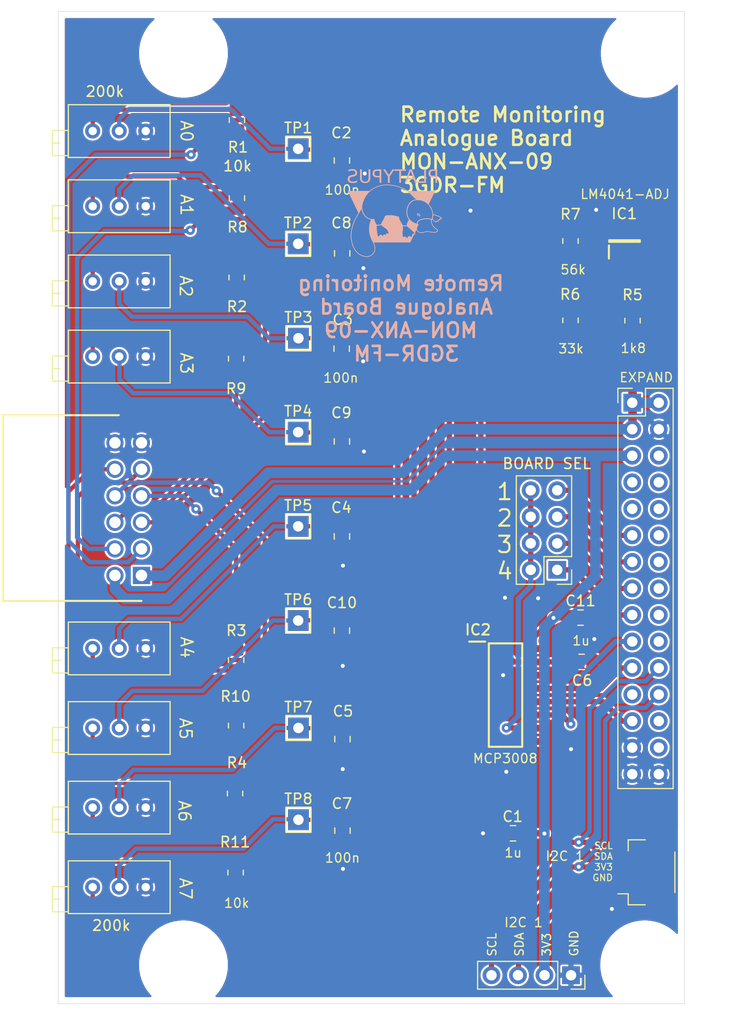
<source format=kicad_pcb>
(kicad_pcb (version 20241229) (generator "pcbnew") (generator_version "9.0")
  (layers (0 "F.Cu" signal) (2 "B.Cu" signal) (13 "F.Paste" user) (15 "B.Paste" user) (5 "F.SilkS" user "F.Silkscreen") (7 "B.SilkS" user "B.Silkscreen") (1 "F.Mask" user) (3 "B.Mask" user) (25 "Edge.Cuts" user))
  (net 0 "")
  (net 1 "/IN0")
  (net 2 "GND")
  (net 3 "/IN4")
  (net 4 "+3V3")
  (net 5 "/IN5")
  (net 6 "/IN1")
  (net 7 "/IN2")
  (net 8 "/IN6")
  (net 9 "/IN3")
  (net 10 "/IN7")
  (net 11 "/GP16")
  (net 12 "+5V")
  (net 13 "/A0")
  (net 14 "/GP8")
  (net 15 "/GP5")
  (net 16 "/GP4")
  (net 17 "/A1")
  (net 18 "/A2")
  (net 19 "/GP21")
  (net 20 "/GP9")
  (net 21 "/GP1")
  (net 22 "/GP13")
  (net 23 "/A3")
  (net 24 "/MOSI")
  (net 25 "/GP7")
  (net 26 "/GP6")
  (net 27 "/GP17")
  (net 28 "/GP11")
  (net 29 "/GP14")
  (net 30 "/GP12")
  (net 31 "/GP10")
  (net 32 "/SCK")
  (net 33 "/A4")
  (net 34 "/VREF")
  (net 35 "/GP15")
  (net 36 "/MISO")
  (net 37 "/CS!")
  (net 38 "/A5")
  (net 39 "/A6")
  (net 40 "/GP18")
  (net 41 "/GP20")
  (net 42 "/GP19")
  (net 43 "Net-(IC1-FB)")
  (net 44 "/A7")
  (net 45 "Net-(R1-Pad2)")
  (net 46 "Net-(R2-Pad2)")
  (net 47 "Net-(R3-Pad2)")
  (net 48 "Net-(R4-Pad2)")
  (net 49 "Net-(R9-Pad2)")
  (net 50 "Net-(R10-Pad2)")
  (net 51 "Net-(R11-Pad2)")
  (net 52 "Net-(R8-Pad2)")
  (footprint "TestPoint:TestPoint_THTPad_2.0x2.0mm_Drill1.0mm" (layer "F.Cu") (at 107.188 94.3864)
    (property "Reference" "TP5")
    (property "Value" "TestPoint_Alt")
  )
  (footprint "Capacitor_SMD:C_0805_2012Metric_Pad1.18x1.45mm_HandSolder" (layer "F.Cu") (at 134.3406 107.3658)
    (property "Reference" "C6")
    (property "Value" "1u")
  )
  (footprint "RP:MountingHole_3.5mm_no_fill" (layer "F.Cu") (at 140.3858 136.3726)
    (property "Reference" "H4" (hide yes))
    (property "Value" "MountingHole" (hide yes))
  )
  (footprint "Resistor_SMD:R_0805_2012Metric_Pad1.20x1.40mm_HandSolder" (layer "F.Cu") (at 133.2738 67.072 90)
    (property "Reference" "R7")
    (property "Value" "56k")
  )
  (footprint "Capacitor_SMD:C_0805_2012Metric_Pad1.18x1.45mm_HandSolder" (layer "F.Cu") (at 127.7659 123.7742 180)
    (property "Reference" "C1")
    (property "Value" "1u")
  )
  (footprint "Capacitor_SMD:C_0805_2012Metric_Pad1.18x1.45mm_HandSolder" (layer "F.Cu") (at 111.4298 114.7572 -90)
    (property "Reference" "C5")
    (property "Value" "100n" (hide yes))
  )
  (footprint "Resistor_SMD:R_0805_2012Metric_Pad1.20x1.40mm_HandSolder" (layer "F.Cu") (at 101.1428 119.9642 -90)
    (property "Reference" "R4")
    (property "Value" "10k" (hide yes))
  )
  (footprint "Capacitor_SMD:C_0805_2012Metric_Pad1.18x1.45mm_HandSolder" (layer "F.Cu") (at 111.379 95.3516 -90)
    (property "Reference" "C4")
    (property "Value" "100n" (hide yes))
  )
  (footprint "Resistor_SMD:R_0805_2012Metric_Pad1.20x1.40mm_HandSolder" (layer "F.Cu") (at 101.3206 62.9666 90)
    (property "Reference" "R8")
    (property "Value" "10k" (hide yes))
  )
  (footprint "TestPoint:TestPoint_THTPad_2.0x2.0mm_Drill1.0mm" (layer "F.Cu") (at 107.2134 113.6904)
    (property "Reference" "TP7")
    (property "Value" "TestPoint_Alt")
  )
  (footprint "SamacSys_Parts:SHDRRA12W65P254_2X6_1758X1090X1005P" (layer "F.Cu") (at 92.1766 99.0854 90)
    (property "Reference" "J1" (hide yes))
    (property "Value" "90130-3112" (hide yes))
  )
  (footprint "Resistor_SMD:R_0805_2012Metric_Pad1.20x1.40mm_HandSolder" (layer "F.Cu") (at 101.2444 113.4618 -90)
    (property "Reference" "R10")
    (property "Value" "10k" (hide yes))
  )
  (footprint "Potentiometer_THT:Potentiometer_Bourns_3296X_Horizontal" (layer "F.Cu") (at 92.583 128.9304)
    (property "Reference" "RV8" (hide yes))
    (property "Value" "200k")
  )
  (footprint "Potentiometer_THT:Potentiometer_Bourns_3296X_Horizontal" (layer "F.Cu") (at 92.583 63.737067)
    (property "Reference" "RV5" (hide yes))
    (property "Value" "200k" (hide yes))
  )
  (footprint "TestPoint:TestPoint_THTPad_2.0x2.0mm_Drill1.0mm" (layer "F.Cu") (at 107.2134 122.4788)
    (property "Reference" "TP8")
    (property "Value" "TestPoint_Alt")
  )
  (footprint "Connector_PinHeader_2.54mm:PinHeader_2x15_P2.54mm_Vertical" (layer "F.Cu") (at 139.192 82.55)
    (property "Reference" "J3" (hide yes))
    (property "Value" "EXPAND")
  )
  (footprint "Resistor_SMD:R_0805_2012Metric_Pad1.20x1.40mm_HandSolder" (layer "F.Cu") (at 139.2174 74.692 90)
    (property "Reference" "R5")
    (property "Value" "1k8")
  )
  (footprint "Potentiometer_THT:Potentiometer_Bourns_3296X_Horizontal" (layer "F.Cu") (at 92.583 113.6904)
    (property "Reference" "RV7" (hide yes))
    (property "Value" "200k")
  )
  (footprint "Capacitor_SMD:C_0805_2012Metric_Pad1.18x1.45mm_HandSolder" (layer "F.Cu") (at 111.4044 68.2498 -90)
    (property "Reference" "C8")
    (property "Value" "100n")
  )
  (footprint "Resistor_SMD:R_0805_2012Metric_Pad1.20x1.40mm_HandSolder" (layer "F.Cu") (at 101.2444 78.3336 90)
    (property "Reference" "R9")
    (property "Value" "10k" (hide yes))
  )
  (footprint "TestPoint:TestPoint_THTPad_2.0x2.0mm_Drill1.0mm" (layer "F.Cu") (at 107.188 67.3354)
    (property "Reference" "TP2")
    (property "Value" "TestPoint_Alt")
  )
  (footprint "Resistor_SMD:R_0805_2012Metric_Pad1.20x1.40mm_HandSolder" (layer "F.Cu") (at 133.2738 74.6666 90)
    (property "Reference" "R6")
    (property "Value" "33k")
  )
  (footprint "TestPoint:TestPoint_THTPad_2.0x2.0mm_Drill1.0mm" (layer "F.Cu") (at 107.188 103.4034)
    (property "Reference" "TP6")
    (property "Value" "TestPoint_Alt")
  )
  (footprint "Resistor_SMD:R_0805_2012Metric_Pad1.20x1.40mm_HandSolder" (layer "F.Cu") (at 101.2444 107.188 -90)
    (property "Reference" "R3")
    (property "Value" "10k" (hide yes))
  )
  (footprint "TestPoint:TestPoint_THTPad_2.0x2.0mm_Drill1.0mm" (layer "F.Cu") (at 107.2134 76.3778)
    (property "Reference" "TP3")
    (property "Value" "TestPoint_Alt")
  )
  (footprint "Capacitor_SMD:C_0805_2012Metric_Pad1.18x1.45mm_HandSolder" (layer "F.Cu") (at 111.379 104.3686 -90)
    (property "Reference" "C10")
    (property "Value" "100n" (hide yes))
  )
  (footprint "Potentiometer_THT:Potentiometer_Bourns_3296X_Horizontal" (layer "F.Cu") (at 92.583 70.933733)
    (property "Reference" "RV3" (hide yes))
    (property "Value" "200k" (hide yes))
  )
  (footprint "Connector_PinHeader_2.54mm:PinHeader_2x04_P2.54mm_Vertical" (layer "F.Cu") (at 132.0038 98.552 180)
    (property "Reference" "J2" (hide yes))
    (property "Value" "BOARD_SEL" (hide yes))
  )
  (footprint "RP:JST_SH_SM04B-SRSS-TB_1x04-1MP_P1.00mm_Horizontal_wide_MP" (layer "F.Cu") (at 140.589 127.508 90)
    (property "Reference" "CON2" (hide yes))
    (property "Value" "I2C 1")
  )
  (footprint "SamacSys_Parts:SOT95P237X112-3N" (layer "F.Cu") (at 138.4554 67.072 90)
    (property "Reference" "IC1")
    (property "Value" "LM4041-ADJ")
  )
  (footprint "Capacitor_SMD:C_0805_2012Metric_Pad1.18x1.45mm_HandSolder" (layer "F.Cu") (at 111.379 59.3598 -90)
    (property "Reference" "C2")
    (property "Value" "100n")
  )
  (footprint "RP:MountingHole_3.5mm_no_fill" (layer "F.Cu") (at 140.4366 49.0926)
    (property "Reference" "H2" (hide yes))
    (property "Value" "MountingHole" (hide yes))
  )
  (footprint "Capacitor_SMD:C_0805_2012Metric_Pad1.18x1.45mm_HandSolder" (layer "F.Cu") (at 111.379 86.2584 -90)
    (property "Reference" "C9")
    (property "Value" "100n" (hide yes))
  )
  (footprint "Resistor_SMD:R_0805_2012Metric_Pad1.20x1.40mm_HandSolder" (layer "F.Cu") (at 101.1936 127.5334 -90)
    (property "Reference" "R11")
    (property "Value" "10k")
  )
  (footprint "Resistor_SMD:R_0805_2012Metric_Pad1.20x1.40mm_HandSolder" (layer "F.Cu") (at 101.3206 55.499 90)
    (property "Reference" "R1")
    (property "Value" "10k")
  )
  (footprint "Capacitor_SMD:C_0805_2012Metric_Pad1.18x1.45mm_HandSolder" (layer "F.Cu") (at 134.239 103.124)
    (property "Reference" "C11")
    (property "Value" "1u" (hide yes))
  )
  (footprint "TestPoint:TestPoint_THTPad_2.0x2.0mm_Drill1.0mm" (layer "F.Cu") (at 107.188 58.2422)
    (property "Reference" "TP1")
    (property "Value" "TestPoint_Alt")
  )
  (footprint "Potentiometer_THT:Potentiometer_Bourns_3296X_Horizontal" (layer "F.Cu") (at 92.583 106.0704)
    (property "Reference" "RV4" (hide yes))
    (property "Value" "200k")
  )
  (footprint "Capacitor_SMD:C_0805_2012Metric_Pad1.18x1.45mm_HandSolder" (layer "F.Cu") (at 111.3536 77.382916 -90)
    (property "Reference" "C3")
    (property "Value" "100n")
  )
  (footprint "Potentiometer_THT:Potentiometer_Bourns_3296X_Horizontal" (layer "F.Cu") (at 92.583 121.3104)
    (property "Reference" "RV2" (hide yes))
    (property "Value" "200k" (hide yes))
  )
  (footprint "RP:MountingHole_3.5mm_no_fill" (layer "F.Cu") (at 96.201 49.0926)
    (property "Reference" "H1" (hide yes))
    (property "Value" "MountingHole" (hide yes))
  )
  (footprint "RP:MountingHole_3.5mm_no_fill" (layer "F.Cu") (at 96.201 136.3726)
    (property "Reference" "H3" (hide yes))
    (property "Value" "MountingHole" (hide yes))
  )
  (footprint "Potentiometer_THT:Potentiometer_Bourns_3296X_Horizontal" (layer "F.Cu") (at 92.583 78.1304)
    (property "Reference" "RV6" (hide yes))
    (property "Value" "200k" (hide yes))
  )
  (footprint "Capacitor_SMD:C_0805_2012Metric_Pad1.18x1.45mm_HandSolder" (layer "F.Cu") (at 111.4298 123.5202 -90)
    (property "Reference" "C7")
    (property "Value" "100n")
  )
  (footprint "Connector_PinSocket_2.54mm:PinSocket_1x04_P2.54mm_Vertical" (layer "F.Cu") (at 133.3246 137.3632 -90)
    (property "Reference" "CON1" (hide yes))
    (property "Value" "I2C 1")
  )
  (footprint "Potentiometer_THT:Potentiometer_Bourns_3296X_Horizontal" (layer "F.Cu") (at 92.583 56.5404)
    (property "Reference" "RV1" (hide yes))
    (property "Value" "200k")
  )
  (footprint "Resistor_SMD:R_0805_2012Metric_Pad1.20x1.40mm_HandSolder" (layer "F.Cu") (at 101.2952 70.5612 90)
    (property "Reference" "R2")
    (property "Value" "10k" (hide yes))
  )
  (footprint "TestPoint:TestPoint_THTPad_2.0x2.0mm_Drill1.0mm" (layer "F.Cu") (at 107.188 85.3694)
    (property "Reference" "TP4")
    (property "Value" "TestPoint_Alt")
  )
  (footprint "SamacSys_Parts:SOIC127P600X175-16N" (layer "F.Cu") (at 127.0508 110.5408)
    (property "Reference" "IC2")
    (property "Value" "MCP3008")
  )
  (gr_poly (pts (xy 114.659482 65.537842) (xy 114.65948 65.537842) (xy 114.659482 65.537842)) (stroke (width 0.066145) (color 0 255 0 1)) (fill no) (layer "B.SilkS"))
  (gr_poly (pts (xy 119.582052 64.931279) (xy 119.667161 64.937314) (xy 119.745611 64.948083) (xy 119.763589 64.95148) (xy 119.780485 64.955115) (xy 119.796333 64.95899) (xy 119.811167 64.963109) (xy 119.825018 64.967476) (xy 119.837919 64.972093) (xy 119.849905 64.976963) (xy 119.861007 64.98209) (xy 119.871259 64.987477) (xy 119.880694 64.993127) (xy 119.889345 64.999044) (xy 119.897244 65.00523) (xy 119.904425 65.011689) (xy 119.91092 65.018423) (xy 119.916764 65.025437) (xy 119.921988 65.032734) (xy 119.926625 65.040315) (xy 119.930709 65.048186) (xy 119.934273 65.056348) (xy 119.93735 65.064806) (xy 119.939972 65.073562) (xy 119.942172 65.082619) (xy 119.945441 65.101652) (xy 119.94742 65.121929) (xy 119.948372 65.143476) (xy 119.948563 65.166319) (xy 119.948255 65.190484) (xy 119.948694 65.22492) (xy 119.952819 65.263204) (xy 119.960624 65.304789) (xy 119.9721 65.349132) (xy 119.987242 65.395685) (xy 120.006041 65.443903) (xy 120.02849 65.493242) (xy 120.054582 65.543155) (xy 120.084309 65.593098) (xy 120.117664 65.642524) (xy 120.15464 65.690889) (xy 120.195229 65.737647) (xy 120.239424 65.782252) (xy 120.262872 65.803577) (xy 120.287218 65.824159) (xy 120.312463 65.843931) (xy 120.338604 65.862823) (xy 120.365641 65.880768) (xy 120.393573 65.897698) (xy 120.393574 65.897698) (xy 120.393575 65.897699) (xy 120.393575 65.8977) (xy 120.393576 65.8977) (xy 120.393577 65.897702) (xy 120.393577 65.897703) (xy 120.393578 65.897704) (xy 120.393579 65.897704) (xy 120.393579 65.897705) (xy 120.39358 65.897705) (xy 120.39358 65.897706) (xy 120.393581 65.897706) (xy 120.428895 65.919609) (xy 120.459407 65.94124) (xy 120.485255 65.962545) (xy 120.506576 65.983471) (xy 120.523509 66.003965) (xy 120.536192 66.023974) (xy 120.544761 66.043445) (xy 120.549356 66.062325) (xy 120.550114 66.080561) (xy 120.547173 66.098099) (xy 120.54067 66.114887) (xy 120.530744 66.130872) (xy 120.517533 66.146) (xy 120.501174 66.160218) (xy 120.481806 66.173474) (xy 120.459566 66.185713) (xy 120.434592 66.196884) (xy 120.407022 66.206933) (xy 120.344645 66.223452) (xy 120.273539 66.234847) (xy 120.194807 66.240691) (xy 120.109551 66.240562) (xy 120.018875 66.234034) (xy 119.923883 66.220682) (xy 119.825676 66.200081) (xy 119.794265 66.192885) (xy 119.763814 66.186724) (xy 119.734299 66.181551) (xy 119.705698 66.17732) (xy 119.677987 66.173981) (xy 119.651143 66.171488) (xy 119.625145 66.169793) (xy 119.599968 66.168848) (xy 119.57559 66.168606) (xy 119.551988 66.16902) (xy 119.507021 66.171621) (xy 119.464883 66.176273) (xy 119.425391 66.182594) (xy 119.388361 66.190203) (xy 119.353611 66.19872) (xy 119.320957 66.207764) (xy 119.290216 66.216955) (xy 119.233741 66.234252) (xy 119.207639 66.241598) (xy 119.182718 66.247567) (xy 119.149195 66.253804) (xy 119.115306 66.259279) (xy 119.081154 66.263818) (xy 119.046839 66.267244) (xy 119.012467 66.269382) (xy 118.978138 66.270056) (xy 118.943956 66.269089) (xy 118.910023 66.266307) (xy 118.876442 66.261534) (xy 118.843315 66.254594) (xy 118.810746 66.245311) (xy 118.778835 66.233509) (xy 118.76316 66.226608) (xy 118.747688 66.219013) (xy 118.732432 66.210699) (xy 118.717404 66.201646) (xy 118.702619 66.191832) (xy 118.688089 66.181234) (xy 118.673826 66.169831) (xy 118.659843 66.157601) (xy 118.639458 66.138545) (xy 118.620952 66.119774) (xy 118.604273 66.101251) (xy 118.589366 66.082938) (xy 118.576175 66.0648) (xy 118.564647 66.046799) (xy 118.554727 66.028897) (xy 118.54636 66.011058) (xy 118.539492 65.993245) (xy 118.534069 65.97542) (xy 118.530035 65.957547) (xy 118.527337 65.939588) (xy 118.525919 65.921506) (xy 118.525728 65.903265) (xy 118.526709 65.884827) (xy 118.528807 65.866155) (xy 118.531968 65.847213) (xy 118.536137 65.827962) (xy 118.547282 65.788389) (xy 118.561805 65.747139) (xy 118.579272 65.703916) (xy 118.621289 65.610365) (xy 118.669843 65.505364) (xy 118.671602 65.500494) (xy 118.672683 65.495721) (xy 118.673128 65.49104) (xy 118.672976 65.486445) (xy 118.672269 65.48193) (xy 118.671048 65.47749) (xy 118.669353 65.47312) (xy 118.667225 65.468814) (xy 118.664705 65.464566) (xy 118.661834 65.460372) (xy 118.658652 65.456225) (xy 118.6552 65.45212) (xy 118.64765 65.444015) (xy 118.63951 65.436013) (xy 118.622765 65.42014) (xy 118.614812 65.412182) (xy 118.607573 65.40415) (xy 118.604324 65.400093) (xy 118.601375 65.396002) (xy 118.598769 65.39187) (xy 118.596545 65.387693) (xy 118.594744 65.383464) (xy 118.593407 65.379178) (xy 118.592575 65.374831) (xy 118.592289 65.370415) (xy 118.594909 65.337124) (xy 118.601696 65.305189) (xy 118.612449 65.274603) (xy 118.626967 65.245362) (xy 118.645049 65.217458) (xy 118.666494 65.190887) (xy 118.691101 65.165642) (xy 118.718669 65.141717) (xy 118.748995 65.119106) (xy 118.781881 65.097803) (xy 118.854522 65.059098) (xy 118.934984 65.025555) (xy 119.021658 64.997126) (xy 119.112935 64.973764) (xy 119.207205 64.95542) (xy 119.302861 64.942047) (xy 119.398294 64.933597) (xy 119.491894 64.930024)) (stroke (width 0.066145) (color 0 255 0 1)) (fill no) (layer "B.SilkS"))
  (gr_poly (pts (xy 114.027924 62.297265) (xy 114.027916 62.297265) (xy 114.027924 62.297258)) (stroke (width 0.053477) (color 155 102 87 1)) (fill yes) (layer "B.SilkS"))
  (gr_poly (pts (xy 115.178188 65.511756) (xy 115.187248 65.525351) (xy 115.207391 65.551702) (xy 115.230027 65.577058) (xy 115.254906 65.601564) (xy 115.281778 65.625368) (xy 115.310395 65.648615) (xy 115.340507 65.671452) (xy 115.371865 65.694026) (xy 115.504772 65.784613) (xy 115.572223 65.832133) (xy 115.605326 65.856962) (xy 115.63768 65.882699) (xy 115.65321 65.896148) (xy 115.668362 65.910665) (xy 115.683128 65.926163) (xy 115.697498 65.942552) (xy 115.725006 65.977654) (xy 115.750806 66.015262) (xy 115.774818 66.054672) (xy 115.796961 66.095177) (xy 115.817154 66.13607) (xy 115.835317 66.176644) (xy 115.85137 66.216193) (xy 115.865231 66.254011) (xy 115.87682 66.289391) (xy 115.886056 66.321626) (xy 115.89286 66.35001) (xy 115.89715 66.373837) (xy 115.898845 66.3924) (xy 115.898695 66.399486) (xy 115.897866 66.404992) (xy 115.895693 66.40926) (xy 115.892945 66.412727) (xy 115.889647 66.415437) (xy 115.885826 66.417438) (xy 115.881506 66.418776) (xy 115.876713 66.419498) (xy 115.871473 66.419651) (xy 115.865811 66.419282) (xy 115.853327 66.417162) (xy 115.839464 66.413511) (xy 115.824429 66.408704) (xy 115.808427 66.403114) (xy 115.77434 66.391077) (xy 115.756666 66.385377) (xy 115.738846 66.380387) (xy 115.721084 66.376481) (xy 115.703587 66.374033) (xy 115.695001 66.373472) (xy 115.686558 66.373415) (xy 115.678284 66.373909) (xy 115.670204 66.375001) (xy 115.662583 66.377078) (xy 115.65565 66.379996) (xy 115.649372 66.383699) (xy 115.64372 66.388135) (xy 115.638661 66.39325) (xy 115.634164 66.398991) (xy 115.630199 66.405303) (xy 115.626734 66.412134) (xy 115.623738 66.41943) (xy 115.62118 66.427138) (xy 115.619029 66.435203) (xy 115.617254 66.443572) (xy 115.614705 66.461009) (xy 115.613285 66.479022) (xy 115.612744 66.49718) (xy 115.612834 66.515057) (xy 115.613909 66.548252) (xy 115.614516 66.57518) (xy 115.614021 66.585224) (xy 115.612661 66.592415) (xy 115.610184 66.594065) (xy 115.607448 66.594833) (xy 115.604458 66.594775) (xy 115.601217 66.593948) (xy 115.597731 66.592407) (xy 115.594004 66.590208) (xy 115.585845 66.58406) (xy 115.576777 66.575949) (xy 115.566837 66.566323) (xy 115.544487 66.544311) (xy 115.532151 66.532818) (xy 115.519089 66.521596) (xy 115.505338 66.511092) (xy 115.498215 66.506248) (xy 115.490934 66.501751) (xy 115.483499 66.497657) (xy 115.475915 66.494022) (xy 115.468186 66.4909) (xy 115.460317 66.488349) (xy 115.452312 66.486424) (xy 115.444177 66.485181) (xy 115.435915 66.484675) (xy 115.427531 66.484963) (xy 115.419106 66.486338) (xy 115.411174 66.488552) (xy 115.403714 66.49155) (xy 115.396708 66.495278) (xy 115.390133 66.499681) (xy 115.383971 66.504705) (xy 115.378201 66.510295) (xy 115.372804 66.516397) (xy 115.367758 66.522957) (xy 115.363043 66.52992) (xy 115.35864 66.537232) (xy 115.354529 66.544838) (xy 115.347099 66.560714) (xy 115.340593 66.577114) (xy 115.334849 66.593601) (xy 115.329707 66.609741) (xy 115.320579 66.639236) (xy 115.316272 66.65172) (xy 115.311921 66.662114) (xy 115.309678 66.666391) (xy 115.307364 66.669982) (xy 115.304958 66.672833) (xy 115.302441 66.674889) (xy 115.298827 66.676707) (xy 115.295019 66.677072) (xy 115.291013 66.676085) (xy 115.286805 66.673845) (xy 115.282392 66.670451) (xy 115.27777 66.666005) (xy 115.267885 66.65435) (xy 115.219256 66.58555) (xy 115.204681 66.566794) (xy 115.189079 66.549012) (xy 115.180884 66.540735) (xy 115.172421 66.533001) (xy 115.163688 66.52591) (xy 115.154679 66.51956) (xy 115.145392 66.514053) (xy 115.135823 66.509487) (xy 115.125968 66.505963) (xy 115.115823 66.50358) (xy 115.105386 66.502438) (xy 115.094651 66.502636) (xy 115.083616 66.504275) (xy 115.072277 66.507454) (xy 115.061308 66.511837) (xy 115.050904 66.516977) (xy 115.041042 66.522814) (xy 115.031701 66.529286) (xy 115.022858 66.536331) (xy 115.014492 66.543886) (xy 115.00658 66.551892) (xy 114.9991 66.560284) (xy 114.992031 66.569003) (xy 114.98535 66.577986) (xy 114.973066 66.596496) (xy 114.962071 66.615321) (xy 114.952191 66.633967) (xy 114.93507 66.668744) (xy 114.927476 66.683886) (xy 114.920294 66.696872) (xy 114.916801 66.702402) (xy 114.913345 66.707208) (xy 114.909904 66.711227) (xy 114.906456 66.714399) (xy 114.902978 66.71666) (xy 114.899449 66.717951) (xy 114.895847 66.718208) (xy 114.892149 66.71737) (xy 114.871976 66.706574) (xy 114.853172 66.691685) (xy 114.835682 66.672944) (xy 114.819453 66.650593) (xy 114.804432 66.624872) (xy 114.790565 66.596023) (xy 114.766079 66.529903) (xy 114.745566 66.454164) (xy 114.728596 66.370734) (xy 114.714742 66.281542) (xy 114.703574 66.188517) (xy 114.687582 65.998687) (xy 114.677189 65.816675) (xy 114.668966 65.657916) (xy 114.659482 65.537842) (xy 114.696765 65.540303) (xy 114.733537 65.542069) (xy 114.769752 65.543146) (xy 114.805366 65.543542) (xy 114.840334 65.543265) (xy 114.874614 65.542322) (xy 114.908161 65.54072) (xy 114.940931 65.538466) (xy 114.972881 65.535568) (xy 115.003965 65.532033) (xy 115.03414 65.527869) (xy 115.063363 65.523082) (xy 115.091589 65.51768) (xy 115.118774 65.51167) (xy 115.144874 65.50506) (xy 115.169845 65.497857)) (stroke (width 0.066145) (color 0 255 0 1)) (fill no) (layer "B.SilkS"))
  (gr_poly (pts (xy 113.951953 62.369328) (xy 113.880979 62.443531) (xy 113.81482 62.519612) (xy 113.753292 62.59732) (xy 113.696213 62.676401) (xy 113.643399 62.756602) (xy 113.594668 62.837671) (xy 113.549837 62.919355) (xy 113.508722 63.001401) (xy 113.471142 63.083557) (xy 113.436912 63.165568) (xy 113.405849 63.247183) (xy 113.377772 63.328149) (xy 113.352496 63.408213) (xy 113.32984 63.487121) (xy 113.309619 63.564622) (xy 113.302142 63.597203) (xy 113.295805 63.629703) (xy 113.29056 63.662114) (xy 113.286358 63.694424) (xy 113.28315 63.726627) (xy 113.280887 63.758711) (xy 113.27952 63.790667) (xy 113.279 63.822488) (xy 113.266529 63.857734) (xy 113.25307 63.892746) (xy 113.238666 63.927569) (xy 113.223362 63.962255) (xy 113.2072 63.996851) (xy 113.190225 64.031405) (xy 113.154009 64.100584) (xy 113.115064 64.170181) (xy 113.07374 64.240585) (xy 112.985351 64.385369) (xy 111.984635 62.300615) (xy 114.027916 62.297265)) (stroke (width 0.053477) (color 155 102 87 1)) (fill yes) (layer "B.SilkS"))
  (gr_poly (pts (xy 115.755889 61.696146) (xy 115.881794 61.702445) (xy 116.013533 61.713888) (xy 116.150139 61.730623) (xy 116.290645 61.752802) (xy 116.434082 61.780575) (xy 116.579484 61.81409) (xy 116.725882 61.8535) (xy 116.87231 61.898953) (xy 117.0178 61.9506) (xy 117.161384 62.008591) (xy 117.302095 62.073075) (xy 117.438965 62.144204) (xy 117.495125 62.176477) (xy 117.548332 62.209074) (xy 117.598771 62.241953) (xy 117.646627 62.275074) (xy 117.735329 62.341873) (xy 117.815913 62.409137) (xy 117.889857 62.476532) (xy 117.958637 62.543726) (xy 118.086614 62.676178) (xy 118.148765 62.74077) (xy 118.21166 62.803827) (xy 118.276775 62.865018) (xy 118.345588 62.924009) (xy 118.419576 62.980467) (xy 118.458972 63.007642) (xy 118.500215 63.034059) (xy 118.54349 63.059675) (xy 118.588982 63.084451) (xy 118.636876 63.108343) (xy 118.687355 63.131311) (xy 118.631834 63.12417) (xy 118.577848 63.12046) (xy 118.525394 63.120035) (xy 118.474469 63.122754) (xy 118.425068 63.128473) (xy 118.377188 63.137048) (xy 118.330825 63.148337) (xy 118.285975 63.162196) (xy 118.242636 63.178482) (xy 118.200803 63.197052) (xy 118.160472 63.217762) (xy 118.12164 63.24047) (xy 118.084303 63.265032) (xy 118.048458 63.291304) (xy 118.0141 63.319145) (xy 117.981227 63.34841) (xy 117.919919 63.41064) (xy 117.864503 63.476849) (xy 117.814951 63.545892) (xy 117.771234 63.616622) (xy 117.733321 63.687894) (xy 117.701183 63.758562) (xy 117.674792 63.82748) (xy 117.654118 63.893502) (xy 117.635774 63.963073) (xy 117.6203 64.03305) (xy 117.607926 64.103372) (xy 117.598883 64.173975) (xy 117.593402 64.244798) (xy 117.591715 64.315779) (xy 117.594051 64.386854) (xy 117.600642 64.457963) (xy 117.611719 64.529042) (xy 117.627512 64.60003) (xy 117.648252 64.670864) (xy 117.674171 64.741481) (xy 117.7055 64.811821) (xy 117.742468 64.88182) (xy 117.785307 64.951416) (xy 117.834248 65.020547) (xy 117.81658 65.060086) (xy 117.79845 65.096609) (xy 117.780101 65.130672) (xy 117.761773 65.162832) (xy 117.726152 65.223667) (xy 117.709342 65.253455) (xy 117.693521 65.283565) (xy 117.678932 65.314554) (xy 117.665816 65.346978) (xy 117.659886 65.363901) (xy 117.654415 65.381393) (xy 117.649433 65.399521) (xy 117.644971 65.418356) (xy 117.641059 65.437966) (xy 117.637726 65.458423) (xy 117.635004 65.479794) (xy 117.632922 65.502151) (xy 117.63151 65.525561) (xy 117.6308 65.550096) (xy 117.63082 65.575824) (xy 117.631602 65.602814) (xy 117.570865 65.608733) (xy 117.516285 65.613127) (xy 117.465106 65.615647) (xy 117.43993 65.616094) (xy 117.414571 65.61594) (xy 117.388685 65.615141) (xy 117.361926 65.613654) (xy 117.333951 65.611435) (xy 117.304414 65.608439) (xy 117.272972 65.604623) (xy 117.23928 65.599943) (xy 117.163767 65.587815) (xy 117.154228 65.560541) (xy 117.143948 65.533973) (xy 117.121432 65.482729) (xy 117.096746 65.433639) (xy 117.070419 65.386254) (xy 117.042977 65.340129) (xy 117.014949 65.294816) (xy 116.959246 65.204843) (xy 116.932625 65.159289) (xy 116.907529 65.112762) (xy 116.884486 65.064814) (xy 116.864022 65.014999) (xy 116.854923 64.989252) (xy 116.846666 64.962871) (xy 116.839318 64.9358) (xy 116.832946 64.907983) (xy 116.827613 64.879364) (xy 116.823388 64.849888) (xy 116.820336 64.819499) (xy 116.818522 64.78814) (xy 116.775908 64.769363) (xy 116.72212 64.749917) (xy 116.658474 64.730302) (xy 116.586285 64.71102) (xy 116.50687 64.692574) (xy 116.421543 64.675463) (xy 116.331621 64.66019) (xy 116.238419 64.647257) (xy 116.143253 64.637164) (xy 116.047438 64.630413) (xy 115.95229 64.627506) (xy 115.859125 64.628945) (xy 115.769258 64.63523) (xy 115.684004 64.646863) (xy 115.60468 64.664346) (xy 115.567653 64.675438) (xy 115.532602 64.68818) (xy 115.532604 64.688187) (xy 115.510033 64.760316) (xy 115.484088 64.828752) (xy 115.455496 64.893665) (xy 115.424988 64.955229) (xy 115.393293 65.013616) (xy 115.36114 65.068997) (xy 115.298375 65.171431) (xy 115.24253 65.263908) (xy 115.219025 65.306843) (xy 115.199438 65.347805) (xy 115.184497 65.386965) (xy 115.178997 65.405924) (xy 115.174933 65.424497) (xy 115.172394 65.442706) (xy 115.171474 65.460572) (xy 115.172261 65.478117) (xy 115.174849 65.495362) (xy 115.072902 65.52332) (xy 115.019172 65.53683) (xy 114.990952 65.542955) (xy 114.961573 65.548465) (xy 114.930845 65.553214) (xy 114.898578 65.557055) (xy 114.864582 65.559841) (xy 114.828665 65.561427) (xy 114.790638 65.561665) (xy 114.750309 65.56041) (xy 114.707488 65.557515) (xy 114.661984 65.552834) (xy 114.6607 65.540838) (xy 114.658307 65.528291) (xy 114.654882 65.515212) (xy 114.650503 65.50162) (xy 114.639195 65.47298) (xy 114.625007 65.442528) (xy 114.608561 65.410422) (xy 114.59048 65.376818) (xy 114.551907 65.305748) (xy 114.532661 65.268596) (xy 114.514272 65.230577) (xy 114.497364 65.191848) (xy 114.482559 65.152566) (xy 114.476141 65.132767) (xy 114.470481 65.112888) (xy 114.465659 65.092951) (xy 114.461753 65.072973) (xy 114.458839 65.052975) (xy 114.456997 65.032977) (xy 114.456303 65.012998) (xy 114.456836 64.993058) (xy 114.419459 64.997678) (xy 114.384036 65.001204) (xy 114.350232 65.003595) (xy 114.317714 65.004812) (xy 114.28615 65.004813) (xy 114.255204 65.003558) (xy 114.224544 65.001008) (xy 114.193837 64.997121) (xy 114.162748 64.991859) (xy 114.130945 64.985179) (xy 114.098094 64.977042) (xy 114.063861 64.967408) (xy 114.027913 64.956237) (xy 113.989917 64.943488) (xy 113.949538 64.92912) (xy 113.906444 64.913094) (xy 113.876121 64.900032) (xy 113.84528 64.884327) (xy 113.814048 64.866057) (xy 113.782552 64.845305) (xy 113.750918 64.822149) (xy 113.719274 64.796671) (xy 113.687746 64.768949) (xy 113.656461 64.739064) (xy 113.625547 64.707096) (xy 113.595129 64.673125) (xy 113.565336 64.637232) (xy 113.536293 64.599496) (xy 113.508128 64.559997) (xy 113.480967 64.518816) (xy 113.454938 64.476032) (xy 113.430167 64.431726) (xy 113.406782 64.385978) (xy 113.384909 64.338867) (xy 113.364674 64.290475) (xy 113.346206 64.24088) (xy 113.329631 64.190163) (xy 113.315075 64.138405) (xy 113.302666 64.085684) (xy 113.29253 64.032082) (xy 113.284795 63.977678) (xy 113.279587 63.922553) (xy 113.277033 63.866786) (xy 113.277261 63.810458) (xy 113.280396 63.753648) (xy 113.286566 63.696437) (xy 113.295898 63.638905) (xy 113.308519 63.581132) (xy 113.344798 63.446725) (xy 113.388605 63.308643) (xy 113.4409 63.168189) (xy 113.502642 63.026666) (xy 113.574792 62.885377) (xy 113.658309 62.745626) (xy 113.754155 62.608716) (xy 113.807001 62.541733) (xy 113.863289 62.475949) (xy 113.92314 62.411527) (xy 113.986672 62.34863) (xy 114.054007 62.28742) (xy 114.125263 62.228061) (xy 114.200562 62.170715) (xy 114.280023 62.115545) (xy 114.363767 62.062714) (xy 114.451912 62.012385) (xy 114.54458 61.964722) (xy 114.64189 61.919886) (xy 114.743963 61.878041) (xy 114.850917 61.839349) (xy 114.962875 61.803974) (xy 115.079954 61.772078) (xy 115.202276 61.743825) (xy 115.32996 61.719377) (xy 115.422853 61.706605) (xy 115.525451 61.698376) (xy 115.636785 61.694839)) (stroke (width 0.066145) (color 0 255 0 1)) (fill no) (layer "B.SilkS"))
  (gr_poly (pts (xy 117.882719 65.054121) (xy 117.917661 65.091344) (xy 117.954947 65.127715) (xy 117.994625 65.163186) (xy 118.036742 65.197705) (xy 118.081348 65.231224) (xy 118.128489 65.263692) (xy 118.178215 65.295058) (xy 118.230574 65.325273) (xy 118.285614 65.354286) (xy 118.343383 65.382048) (xy 118.403929 65.408508) (xy 118.467301 65.433616) (xy 118.533547 65.457322) (xy 118.602715 65.479577) (xy 118.674853 65.500329) (xy 118.674403 65.505687) (xy 118.674323 65.50636) (xy 118.674225 65.507035) (xy 118.674105 65.507713) (xy 118.67396 65.508396) (xy 118.673787 65.509083) (xy 118.67358 65.509775) (xy 118.673337 65.510473) (xy 118.673053 65.511178) (xy 118.621202 65.623884) (xy 118.598133 65.675107) (xy 118.577638 65.723418) (xy 118.568514 65.7466) (xy 118.560221 65.769196) (xy 118.552824 65.791254) (xy 118.546384 65.812821) (xy 118.540965 65.833945) (xy 118.53663 65.854674) (xy 118.533441 65.875054) (xy 118.531461 65.895135) (xy 118.371395 66.224831) (xy 118.345551 66.278573) (xy 118.316776 66.244523) (xy 118.282244 66.20745) (xy 118.242733 66.167779) (xy 118.199021 66.125936) (xy 118.102106 66.037432) (xy 117.997722 65.945339) (xy 117.79144 65.763991) (xy 117.701989 65.681538) (xy 117.663409 65.643855) (xy 117.630076 65.609219) (xy 117.630594 65.609139) (xy 117.631195 65.60906) (xy 117.63177 65.608996) (xy 117.632334 65.608944) (xy 117.633479 65.608849) (xy 117.634087 65.608797) (xy 117.634737 65.608735) (xy 117.633992 65.581716) (xy 117.634079 65.555905) (xy 117.634963 65.531238) (xy 117.636609 65.507647) (xy 117.638982 65.485068) (xy 117.642047 65.463433) (xy 117.645769 65.442677) (xy 117.650114 65.422735) (xy 117.655046 65.403539) (xy 117.66053 65.385025) (xy 117.666532 65.367126) (xy 117.673017 65.349777) (xy 117.687293 65.316462) (xy 117.70308 65.284553) (xy 117.720099 65.253523) (xy 117.738069 65.222844) (xy 117.775748 65.160429) (xy 117.794896 65.127638) (xy 117.813879 65.093089) (xy 117.832416 65.056252) (xy 117.850228 65.016602) (xy 117.850071 65.016099)) (stroke (width 0.053477) (color 155 102 87 1)) (fill yes) (layer "B.SilkS"))
  (gr_poly (pts (xy 120.151846 64.541061) (xy 120.202891 64.560098) (xy 120.258063 64.578294) (xy 120.316434 64.596076) (xy 120.439066 64.632112) (xy 120.501472 64.651222) (xy 120.563368 64.671633) (xy 120.623828 64.693771) (xy 120.681925 64.718065) (xy 120.73673 64.744943) (xy 120.762609 64.759485) (xy 120.787317 64.774834) (xy 120.810739 64.791043) (xy 120.832759 64.808166) (xy 120.853261 64.826256) (xy 120.872129 64.845367) (xy 120.889246 64.865553) (xy 120.904498 64.886866) (xy 120.917769 64.909361) (xy 120.928941 64.933091) (xy 120.930229 64.936424) (xy 120.93083 64.938963) (xy 120.930776 64.940766) (xy 120.930099 64.941889) (xy 120.92883 64.942388) (xy 120.927 64.942319) (xy 120.921787 64.940702) (xy 120.884847 64.922778) (xy 120.872854 64.917684) (xy 120.860264 64.913246) (xy 120.853824 64.911413) (xy 120.847329 64.909913) (xy 120.840812 64.908802) (xy 120.834303 64.908136) (xy 120.827834 64.907971) (xy 120.821438 64.908365) (xy 120.815145 64.909372) (xy 120.808987 64.91105) (xy 120.802996 64.913455) (xy 120.797203 64.916642) (xy 120.79164 64.920669) (xy 120.786338 64.925591) (xy 120.781468 64.931141) (xy 120.777157 64.936548) (xy 120.773379 64.941817) (xy 120.770108 64.946949) (xy 120.767317 64.95195) (xy 120.76498 64.956823) (xy 120.763069 64.961571) (xy 120.761559 64.966198) (xy 120.760423 64.970709) (xy 120.759633 64.975105) (xy 120.759165 64.979392) (xy 120.75899 64.983573) (xy 120.759083 64.987652) (xy 120.759417 64.991631) (xy 120.759965 64.995515) (xy 120.760701 64.999308) (xy 120.761598 65.003013) (xy 120.76263 65.006634) (xy 120.764992 65.013638) (xy 120.770162 65.026796) (xy 120.772545 65.03301) (xy 120.774511 65.039018) (xy 120.77527 65.041955) (xy 120.775846 65.044851) (xy 120.776211 65.047711) (xy 120.776338 65.050538) (xy 120.776312 65.053006) (xy 120.77578 65.05482) (xy 120.774762 65.056028) (xy 120.773279 65.056679) (xy 120.771353 65.056821) (xy 120.769005 65.056502) (xy 120.763125 65.054678) (xy 120.726927 65.038669) (xy 120.71555 65.034429) (xy 120.70358 65.030869) (xy 120.697425 65.029466) (xy 120.691185 65.028379) (xy 120.684881 65.027656) (xy 120.678533 65.027345) (xy 120.672164 65.027496) (xy 120.665793 65.028156) (xy 120.659443 65.029375) (xy 120.653134 65.031201) (xy 120.646888 65.033681) (xy 120.640724 65.036866) (xy 120.634666 65.040803) (xy 120.628732 65.04554) (xy 120.623003 65.050928) (xy 120.617984 65.056311) (xy 120.61364 65.061684) (xy 120.609933 65.067041) (xy 120.606827 65.072379) (xy 120.604285 65.077691) (xy 120.602271 65.082973) (xy 120.600748 65.08822) (xy 120.59968 65.093426) (xy 120.599029 65.098587) (xy 120.598759 65.103698) (xy 120.598834 65.108753) (xy 120.599216 65.113748) (xy 120.59987 65.118678) (xy 120.600758 65.123537) (xy 120.601844 65.12832) (xy 120.604463 65.137641) (xy 120.607434 65.146599) (xy 120.613259 65.163267) (xy 120.615527 65.170896) (xy 120.616372 65.174517) (xy 120.616974 65.178002) (xy 120.617298 65.181347) (xy 120.617307 65.184545) (xy 120.616965 65.187592) (xy 120.616233 65.190484) (xy 120.614751 65.193596) (xy 120.612675 65.195939) (xy 120.610039 65.197563) (xy 120.606881 65.198517) (xy 120.603235 65.198853) (xy 120.599137 65.198621) (xy 120.594623 65.19787) (xy 120.58973 65.196653) (xy 120.578944 65.193015) (xy 120.567067 65.188111) (xy 120.541179 65.176115) (xy 120.514354 65.163884) (xy 120.501304 65.158687) (xy 120.488877 65.15464) (xy 120.482986 65.153173) (xy 120.477359 65.152144) (xy 120.47203 65.151605) (xy 120.467035 65.151604) (xy 120.462411 65.152193) (xy 120.458193 65.153421) (xy 120.454416 65.155339) (xy 120.451116 65.157998) (xy 120.447996 65.161115) (xy 120.445192 65.164366) (xy 120.442683 65.167742) (xy 120.440446 65.171229) (xy 120.43846 65.174817) (xy 120.436703 65.178495) (xy 120.435155 65.18225) (xy 120.433793 65.186071) (xy 120.431544 65.193867) (xy 120.429781 65.201792) (xy 120.427031 65.217659) (xy 120.425698 65.225418) (xy 120.424164 65.23294) (xy 120.422256 65.240133) (xy 120.421108 65.243577) (xy 120.419802 65.246904) (xy 120.418316 65.250104) (xy 120.416629 65.253164) (xy 120.41472 65.256073) (xy 120.412566 65.258819) (xy 120.410147 65.261392) (xy 120.40744 65.263779) (xy 120.404425 65.26597) (xy 120.401079 65.267953) (xy 120.395792 65.269453) (xy 120.38936 65.269327) (xy 120.381857 65.267662) (xy 120.373354 65.264545) (xy 120.363924 65.260062) (xy 120.353639 65.254301) (xy 120.330795 65.239291) (xy 120.305399 65.22021) (xy 120.278033 65.197755) (xy 120.249273 65.17262) (xy 120.2197 65.145501) (xy 120.16043 65.088093) (xy 120.104853 65.031094) (xy 120.057603 64.98007) (xy 120.023311 64.940583) (xy 120.023296 64.940583) (xy 120.031122 64.919671) (xy 120.038644 64.89733) (xy 120.045851 64.873716) (xy 120.052732 64.848981) (xy 120.065471 64.796766) (xy 120.076774 64.741915) (xy 120.086551 64.685657) (xy 120.094716 64.629225) (xy 120.10118 64.573846) (xy 120.105854 64.520753)) (stroke (width 0.066145) (color 0 255 0 1)) (fill no) (layer "B.SilkS"))
  (gr_poly (pts (xy 118.670468 63.119014) (xy 118.729566 63.122186) (xy 118.788919 63.12792) (xy 118.848401 63.136214) (xy 118.907884 63.147065) (xy 118.967242 63.160469) (xy 119.02635 63.176423) (xy 119.08508 63.194924) (xy 119.143306 63.215968) (xy 119.200902 63.239553) (xy 119.25774 63.265675) (xy 119.313696 63.294332) (xy 119.368642 63.325519) (xy 119.422452 63.359233) (xy 119.475 63.395473) (xy 119.526159 63.434233) (xy 119.575802 63.475512) (xy 119.623803 63.519305) (xy 119.670037 63.56561) (xy 119.714375 63.614423) (xy 119.756693 63.665742) (xy 119.796863 63.719562) (xy 119.834758 63.775882) (xy 119.870254 63.834697) (xy 119.903223 63.896005) (xy 119.937563 63.964877) (xy 119.969081 64.032191) (xy 119.997477 64.098435) (xy 120.022449 64.164101) (xy 120.043699 64.229678) (xy 120.060924 64.295659) (xy 120.073826 64.362532) (xy 120.082102 64.43079) (xy 120.085453 64.500921) (xy 120.083577 64.573418) (xy 120.076176 64.648769) (xy 120.062947 64.727467) (xy 120.043592 64.810001) (xy 120.017808 64.896861) (xy 119.985296 64.98854) (xy 119.945755 65.085526) (xy 119.940019 65.071421) (xy 119.933615 65.058143) (xy 119.926561 65.045668) (xy 119.91888 65.033974) (xy 119.91059 65.023038) (xy 119.901712 65.012836) (xy 119.892265 65.003347) (xy 119.882271 64.994546) (xy 119.87175 64.986412) (xy 119.86072 64.978921) (xy 119.849204 64.972051) (xy 119.83722 64.965778) (xy 119.811931 64.954933) (xy 119.785014 64.946205) (xy 119.756632 64.939409) (xy 119.726946 64.934364) (xy 119.696115 64.930885) (xy 119.664303 64.92879) (xy 119.63167 64.927896) (xy 119.598377 64.928019) (xy 119.530458 64.930589) (xy 119.434417 64.937814) (xy 119.344148 64.946452) (xy 119.259501 64.956628) (xy 119.180325 64.968465) (xy 119.10647 64.982089) (xy 119.037787 64.997624) (xy 119.005337 65.006147) (xy 118.974124 65.015194) (xy 118.944128 65.024781) (xy 118.915331 65.034924) (xy 118.887714 65.045638) (xy 118.861259 65.056938) (xy 118.835946 65.068841) (xy 118.811756 65.081361) (xy 118.788672 65.094514) (xy 118.766674 65.108316) (xy 118.745743 65.122783) (xy 118.72586 65.13793) (xy 118.707008 65.153772) (xy 118.689166 65.170325) (xy 118.672317 65.187604) (xy 118.656441 65.205626) (xy 118.641519 65.224406) (xy 118.627534 65.243959) (xy 118.614466 65.264301) (xy 118.602296 65.285447) (xy 118.597306 65.291744) (xy 118.593106 65.29799) (xy 118.589662 65.304191) (xy 118.586943 65.310354) (xy 118.584917 65.316486) (xy 118.583551 65.322593) (xy 118.582814 65.328683) (xy 118.582673 65.334763) (xy 118.583096 65.340839) (xy 118.584052 65.346918) (xy 118.585508 65.353007) (xy 118.587432 65.359113) (xy 118.589792 65.365243) (xy 118.592557 65.371404) (xy 118.599169 65.383844) (xy 118.607013 65.396489) (xy 118.615831 65.409395) (xy 118.635367 65.436205) (xy 118.64557 65.45022) (xy 118.655723 65.464714) (xy 118.665568 65.479743) (xy 118.674848 65.495362) (xy 118.598429 65.473415) (xy 118.525339 65.449785) (xy 118.455521 65.424531) (xy 118.388917 65.397714) (xy 118.32547 65.369392) (xy 118.265124 65.339625) (xy 118.207819 65.308473) (xy 118.153501 65.275995) (xy 118.10211 65.24225) (xy 118.05359 65.207298) (xy 118.007884 65.171198) (xy 117.964934 65.134011) (xy 117.924684 65.095794) (xy 117.887075 65.056609) (xy 117.85205 65.016514) (xy 117.819553 64.975568) (xy 117.789526 64.933833) (xy 117.761912 64.891365) (xy 117.736653 64.848226) (xy 117.713692 64.804475) (xy 117.692972 64.760171) (xy 117.674436 64.715374) (xy 117.658026 64.670143) (xy 117.643686 64.624538) (xy 117.620983 64.532442) (xy 117.60587 64.439563) (xy 117.597888 64.346376) (xy 117.596579 64.253358) (xy 117.596578 64.253358) (xy 117.598599 64.207522) (xy 117.602282 64.161893) (xy 117.607574 64.11653) (xy 117.614422 64.071494) (xy 117.622773 64.026843) (xy 117.632572 63.982639) (xy 117.643768 63.93894) (xy 117.656307 63.895808) (xy 117.670137 63.853302) (xy 117.685203 63.811481) (xy 117.701452 63.770407) (xy 117.718833 63.730138) (xy 117.73729 63.690735) (xy 117.756772 63.652258) (xy 117.777226 63.614766) (xy 117.798597 63.578319) (xy 117.820833 63.542979) (xy 117.843881 63.508803) (xy 117.867687 63.475853) (xy 117.892199 63.444189) (xy 117.917363 63.413869) (xy 117.943126 63.384955) (xy 117.969436 63.357506) (xy 117.996238 63.331582) (xy 118.02348 63.307244) (xy 118.051109 63.28455) (xy 118.079071 63.263561) (xy 118.107313 63.244337) (xy 118.135783 63.226937) (xy 118.164426 63.211423) (xy 118.193191 63.197853) (xy 118.222023 63.186288) (xy 118.274532 63.168841) (xy 118.328307 63.153983) (xy 118.383222 63.141711) (xy 118.439151 63.13202) (xy 118.495966 63.124908) (xy 118.553541 63.120372) (xy 118.611751 63.118408)) (stroke (width 0.066145) (color 0 255 0 1)) (fill no) (layer "B.SilkS"))
  (gr_poly (pts (xy 116.054428 64.628363) (xy 116.150236 64.635116) (xy 116.245394 64.645212) (xy 116.338589 64.658148) (xy 116.428504 64.673424) (xy 116.513823 64.690537) (xy 116.593232 64.708986) (xy 116.665416 64.72827) (xy 116.729058 64.747886) (xy 116.782843 64.767334) (xy 116.825456 64.786111) (xy 116.82727 64.81747) (xy 116.830323 64.847859) (xy 116.83455 64.877334) (xy 116.839883 64.905951) (xy 116.846258 64.933766) (xy 116.853608 64.960835) (xy 116.861867 64.987213) (xy 116.870969 65.012956) (xy 116.891439 65.062763) (xy 116.914489 65.110702) (xy 116.939592 65.15722) (xy 116.96622 65.202763) (xy 117.021939 65.292716) (xy 117.049973 65.338019) (xy 117.07742 65.384136) (xy 117.103752 65.431513) (xy 117.128441 65.480598) (xy 117.150959 65.531838) (xy 117.161239 65.558405) (xy 117.170778 65.585679) (xy 117.171584 65.585843) (xy 117.172326 65.585973) (xy 117.173023 65.58608) (xy 117.173698 65.586176) (xy 117.174372 65.586271) (xy 117.175065 65.586379) (xy 117.1758 65.586511) (xy 117.176596 65.586678) (xy 117.183864 65.631211) (xy 117.18882 65.676886) (xy 117.19171 65.723442) (xy 117.192779 65.77062) (xy 117.192275 65.818159) (xy 117.190442 65.865799) (xy 117.183777 65.960342) (xy 117.165339 66.139191) (xy 117.157503 66.219333) (xy 117.154792 66.256173) (xy 117.153214 66.290513) (xy 117.153261 66.324616) (xy 117.154292 66.360925) (xy 117.156233 66.398831) (xy 117.159012 66.437726) (xy 117.162554 66.477003) (xy 117.166785 66.516053) (xy 117.171633 66.554268) (xy 117.177023 66.591042) (xy 117.182883 66.625766) (xy 117.189138 66.657832) (xy 117.195715 66.686632) (xy 117.20254 66.711559) (xy 117.20954 66.732005) (xy 117.216641 66.747362) (xy 117.220206 66.752942) (xy 117.22377 66.757022) (xy 117.227321 66.759525) (xy 117.230852 66.760377) (xy 117.235253 66.761183) (xy 117.239553 66.761291) (xy 117.243769 66.760748) (xy 117.247918 66.759603) (xy 117.252018 66.757903) (xy 117.256085 66.755697) (xy 117.260135 66.753032) (xy 117.264187 66.749957) (xy 117.272363 66.742769) (xy 117.280746 66.734515) (xy 117.29868 66.71635) (xy 117.308503 66.707207) (xy 117.313688 66.702789) (xy 117.319077 66.698537) (xy 117.324689 66.694499) (xy 117.330539 66.690723) (xy 117.336645 66.687257) (xy 117.343023 66.684149) (xy 117.349692 66.681448) (xy 117.356667 66.679201) (xy 117.363965 66.677456) (xy 117.371605 66.676262) (xy 117.379602 66.675666) (xy 117.387973 66.675716) (xy 117.396736 66.676461) (xy 117.405908 66.677949) (xy 117.415401 66.680089) (xy 117.424657 66.682738) (xy 117.433684 66.685864) (xy 117.442494 66.689435) (xy 117.451097 66.693417) (xy 117.459504 66.697779) (xy 117.467725 66.702487) (xy 117.47577 66.70751) (xy 117.483651 66.712815) (xy 117.491378 66.718369) (xy 117.50641 66.730095) (xy 117.520951 66.742429) (xy 117.535086 66.75511) (xy 117.562472 66.780477) (xy 117.575891 66.792642) (xy 117.58924 66.804115) (xy 117.602604 66.814637) (xy 117.609317 66.819459) (xy 117.616065 66.823947) (xy 117.622859 66.828066) (xy 117.629709 66.831785) (xy 117.636626 66.835071) (xy 117.64362 66.837891) (xy 117.649881 66.836721) (xy 117.655562 66.834655) (xy 117.660714 66.831748) (xy 117.665389 66.828056) (xy 117.669637 66.823635) (xy 117.673508 66.818541) (xy 117.677054 66.81283) (xy 117.680326 66.806558) (xy 117.686249 66.792552) (xy 117.691685 66.776972) (xy 117.702721 66.742875) (xy 117.709135 66.725251) (xy 117.716689 66.70784) (xy 117.72102 66.699354) (xy 117.725789 66.691089) (xy 117.731047 66.6831) (xy 117.736843 66.675444) (xy 117.74323 66.668176) (xy 117.750257 66.661352) (xy 117.757976 66.655028) (xy 117.766438 66.649261) (xy 117.775694 66.644105) (xy 117.785793 66.639617) (xy 117.796788 66.635852) (xy 117.808729 66.632866) (xy 117.815385 66.632067) (xy 117.82266 66.63198) (xy 117.830511 66.632554) (xy 117.838898 66.63374) (xy 117.857116 66.637748) (xy 117.876983 66.643604) (xy 117.898169 66.650911) (xy 117.920344 66.659268) (xy 117.966344 66.677538) (xy 118.012343 66.695221) (xy 118.034518 66.702845) (xy 118.055703 66.709126) (xy 118.075569 66.713664) (xy 118.084904 66.715154) (xy 118.093785 66.71606) (xy 118.102172 66.71633) (xy 118.110023 66.715915) (xy 118.117297 66.714765) (xy 118.123952 66.71283) (xy 118.127305 66.711084) (xy 118.1299 66.708672) (xy 118.1318 66.705615) (xy 118.133068 66.701934) (xy 118.133768 66.697652) (xy 118.133963 66.692789) (xy 118.13309 66.681407) (xy 118.122041 66.61696) (xy 118.11992 66.596978) (xy 118.119067 66.57579) (xy 118.119988 66.553571) (xy 118.121272 66.542127) (xy 118.123189 66.53049) (xy 118.125803 66.518681) (xy 118.129176 66.506721) (xy 118.133373 66.494632) (xy 118.138456 66.482435) (xy 118.144488 66.470152) (xy 118.151533 66.457804) (xy 118.159655 66.445412) (xy 118.168915 66.432999) (xy 118.172303 66.429042) (xy 118.175756 66.425301) (xy 118.179271 66.421771) (xy 118.182845 66.418445) (xy 118.186474 66.415319) (xy 118.190156 66.412385) (xy 118.197666 66.407074) (xy 118.20535 66.402465) (xy 118.213184 66.398511) (xy 118.221142 66.395166) (xy 118.229202 66.392381) (xy 118.237337 66.390111) (xy 118.245524 66.388308) (xy 118.253738 66.386926) (xy 118.261955 66.385918) (xy 118.27015 66.385236) (xy 118.278299 66.384834) (xy 118.286378 66.384665) (xy 118.294361 66.384682) (xy 118.197852 66.584923) (xy 117.907042 67.182046) (xy 114.376172 67.183182) (xy 114.272991 66.987453) (xy 114.221118 66.880769) (xy 114.195741 66.823658) (xy 114.170977 66.763437) (xy 114.147006 66.69966) (xy 114.124008 66.63188) (xy 114.102163 66.559649) (xy 114.081651 66.482522) (xy 114.062651 66.40005) (xy 114.045345 66.311786) (xy 114.029911 66.217284) (xy 114.01653 66.116097) (xy 114.011337 66.063769) (xy 114.007982 66.011533) (xy 114.006355 65.959492) (xy 114.006345 65.907748) (xy 114.007843 65.856405) (xy 114.010739 65.805565) (xy 114.014924 65.755332) (xy 114.020289 65.705808) (xy 114.034116 65.6093) (xy 114.051344 65.516865) (xy 114.071095 65.429325) (xy 114.092491 65.347504) (xy 114.114656 65.272226) (xy 114.136713 65.204313) (xy 114.157782 65.14459) (xy 114.176989 65.093879) (xy 114.206301 65.022788) (xy 114.217632 64.997628) (xy 114.247172 65.001148) (xy 114.27589 65.003264) (xy 114.304374 65.004058) (xy 114.333212 65.003609) (xy 114.36299 65.001999) (xy 114.394297 64.999308) (xy 114.427719 64.995617) (xy 114.463845 64.991005) (xy 114.463305 65.010446) (xy 114.463926 65.02992) (xy 114.465636 65.049411) (xy 114.468364 65.068898) (xy 114.472037 65.088366) (xy 114.476584 65.107795) (xy 114.481933 65.127168) (xy 114.488013 65.146467) (xy 114.502078 65.18477) (xy 114.518204 65.22256) (xy 114.535818 65.259693) (xy 114.554347 65.296026) (xy 114.626138 65.430468) (xy 114.640636 65.460637) (xy 114.652607 65.489142) (xy 114.661478 65.515838) (xy 114.664571 65.528463) (xy 114.666674 65.540581) (xy 114.676028 65.661557) (xy 114.684242 65.820325) (xy 114.694701 66.001685) (xy 114.710789 66.190436) (xy 114.722 66.282832) (xy 114.735887 66.371375) (xy 114.752873 66.454165) (xy 114.77338 66.529301) (xy 114.785087 66.563406) (xy 114.797833 66.594884) (xy 114.81167 66.623499) (xy 114.826652 66.649013) (xy 114.842832 66.671189) (xy 114.860263 66.689789) (xy 114.878996 66.704575) (xy 114.899086 66.71531) (xy 114.902784 66.716148) (xy 114.906387 66.715891) (xy 114.909917 66.7146) (xy 114.913396 66.712338) (xy 114.916847 66.709166) (xy 114.92029 66.705146) (xy 114.927245 66.694809) (xy 114.934434 66.681821) (xy 114.942036 66.666676) (xy 114.959175 66.631896) (xy 114.969064 66.613248) (xy 114.980066 66.59442) (xy 114.992358 66.575908) (xy 114.999043 66.566925) (xy 115.006115 66.558205) (xy 115.013598 66.549812) (xy 115.021513 66.541806) (xy 115.029882 66.534249) (xy 115.038727 66.527204) (xy 115.04807 66.520732) (xy 115.057933 66.514895) (xy 115.068338 66.509754) (xy 115.079306 66.505372) (xy 115.090645 66.502192) (xy 115.10168 66.500553) (xy 115.112413 66.500355) (xy 115.12285 66.501497) (xy 115.132993 66.50388) (xy 115.142846 66.507404) (xy 115.152413 66.51197) (xy 115.161697 66.517477) (xy 115.170703 66.523827) (xy 115.179434 66.530918) (xy 115.187893 66.538652) (xy 115.196085 66.546929) (xy 115.21168 66.564711) (xy 115.226249 66.583467) (xy 115.274853 66.652268) (xy 115.284733 66.663922) (xy 115.289353 66.668369) (xy 115.293765 66.671762) (xy 115.297971 66.674002) (xy 115.301976 66.674989) (xy 115.305784 66.674624) (xy 115.309398 66.672806) (xy 115.311915 66.670751) (xy 115.31432 66.667901) (xy 115.316634 66.66431) (xy 115.318876 66.660034) (xy 115.323225 66.649642) (xy 115.32753 66.63716) (xy 115.336653 66.607669) (xy 115.341793 66.591531) (xy 115.347533 66.575045) (xy 115.354036 66.558647) (xy 115.361463 66.542772) (xy 115.365573 66.535167) (xy 115.369975 66.527857) (xy 115.374688 66.520894) (xy 115.379733 66.514335) (xy 115.385129 66.508233) (xy 115.390898 66.502643) (xy 115.397059 66.49762) (xy 115.403632 66.493217) (xy 115.410638 66.48949) (xy 115.418097 66.486492) (xy 115.426029 66.484278) (xy 115.434453 66.482903) (xy 115.442837 66.482615) (xy 115.451099 66.483121) (xy 115.459235 66.484365) (xy 115.467239 66.486291) (xy 115.475108 66.488843) (xy 115.482837 66.491965) (xy 115.490422 66.495602) (xy 115.497856 66.499697) (xy 115.505137 66.504195) (xy 115.51226 66.50904) (xy 115.519219 66.514177) (xy 115.526011 66.519548) (xy 115.539074 66.530773) (xy 115.55141 66.542269) (xy 115.57376 66.564288) (xy 115.5837 66.573916) (xy 115.592768 66.582029) (xy 115.596963 66.585377) (xy 115.600927 66.588179) (xy 115.604654 66.590378) (xy 115.60814 66.59192) (xy 115.61138 66.592747) (xy 115.614371 66.592804) (xy 115.617106 66.592036) (xy 115.619583 66.590386) (xy 115.620387 66.587173) (xy 115.620944 66.583194) (xy 115.621442 66.57315) (xy 115.620844 66.546221) (xy 115.619782 66.513025) (xy 115.619699 66.495147) (xy 115.620246 66.476987) (xy 115.621673 66.458974) (xy 115.624229 66.441536) (xy 115.626007 66.433166) (xy 115.628162 66.4251) (xy 115.630722 66.417392) (xy 115.633721 66.410095) (xy 115.637188 66.403264) (xy 115.641156 66.39695) (xy 115.645654 66.391209) (xy 115.650715 66.386093) (xy 115.656369 66.381657) (xy 115.662647 66.377952) (xy 115.669581 66.375034) (xy 115.677202 66.372956) (xy 115.685282 66.371865) (xy 115.693556 66.371371) (xy 115.701998 66.371428) (xy 115.710583 66.37199) (xy 115.719286 66.373008) (xy 115.72808 66.374438) (xy 115.73694 66.376232) (xy 115.74584 66.378343) (xy 115.763658 66.383332) (xy 115.78133 66.389031) (xy 115.815413 66.401064) (xy 115.831413 66.406653) (xy 115.846446 66.411458) (xy 115.860306 66.415107) (xy 115.866733 66.416381) (xy 115.872789 66.417225) (xy 115.87845 66.417594) (xy 115.883689 66.41744) (xy 115.888481 66.416717) (xy 115.892801 66.415379) (xy 115.896622 66.413377) (xy 115.899919 66.410667) (xy 115.902667 66.407201) (xy 115.904839 66.402932) (xy 115.905818 66.390339) (xy 115.904123 66.371776) (xy 115.899833 66.347948) (xy 115.893029 66.319562) (xy 115.883792 66.287325) (xy 115.872202 66.251943) (xy 115.858341 66.214123) (xy 115.842288 66.174572) (xy 115.824124 66.133995) (xy 115.80393 66.0931) (xy 115.781786 66.052592) (xy 115.757774 66.01318) (xy 115.731973 65.975569) (xy 115.704464 65.940465) (xy 115.675329 65.908576) (xy 115.660176 65.894058) (xy 115.644646 65.880608) (xy 115.612293 65.854872) (xy 115.579192 65.830043) (xy 115.545593 65.805975) (xy 115.511746 65.782522) (xy 115.37885 65.691927) (xy 115.347495 65.669352) (xy 115.317386 65.646513) (xy 115.288772 65.623264) (xy 115.261902 65.599459) (xy 115.237025 65.574952) (xy 115.21439 65.549595) (xy 115.203991 65.536553) (xy 115.194246 65.523244) (xy 115.185187 65.509649) (xy 115.176843 65.495751) (xy 115.173397 65.496736) (xy 115.169806 65.497644) (xy 115.166112 65.498498) (xy 115.162355 65.499321) (xy 115.154818 65.500956) (xy 115.15112 65.501812) (xy 115.147523 65.502724) (xy 115.164692 65.49795) (xy 115.173312 65.495581) (xy 115.181887 65.493302) (xy 115.179299 65.476057) (xy 115.178511 65.458513) (xy 115.179431 65.440647) (xy 115.181969 65.422439) (xy 115.186032 65.403866) (xy 115.191531 65.384907) (xy 115.20647 65.345747) (xy 115.226055 65.304785) (xy 115.249558 65.261849) (xy 115.305398 65.16937) (xy 115.368158 65.066934) (xy 115.40031 65.011552) (xy 115.432004 64.953164) (xy 115.462511 64.891599) (xy 115.491101 64.826685) (xy 115.517046 64.758249) (xy 115.539617 64.68612) (xy 115.574668 64.673378) (xy 115.611695 64.662286) (xy 115.691016 64.644804) (xy 115.776265 64.633172) (xy 115.866127 64.626889) (xy 115.959287 64.625453)) (stroke (width 0.053477) (color 155 102 87 1)) (fill yes) (layer "B.SilkS"))
  (gr_poly (pts (xy 119.661945 63.55687) (xy 119.609552 63.505633) (xy 119.554992 63.457557) (xy 119.498441 63.412648) (xy 119.440077 63.37091) (xy 119.380078 63.332349) (xy 119.31862 63.296969) (xy 119.255883 63.264775) (xy 119.192042 63.235771) (xy 119.127276 63.209963) (xy 119.061762 63.187355) (xy 118.995677 63.167951) (xy 118.929199 63.151757) (xy 118.862506 63.138778) (xy 118.795775 63.129017) (xy 118.729184 63.12248) (xy 118.662909 63.119172) (xy 118.662909 63.11918) (xy 118.622043 63.099821) (xy 118.582895 63.079839) (xy 118.545361 63.059258) (xy 118.509337 63.038101) (xy 118.441403 62.994156) (xy 118.37826 62.948191) (xy 118.319075 62.900394) (xy 118.263014 62.850954) (xy 118.209245 62.80006) (xy 118.156934 62.747898) (xy 117.945619 62.530352) (xy 117.888107 62.474682) (xy 117.827055 62.418875) (xy 117.761631 62.363119) (xy 117.691002 62.307603) (xy 120.270689 62.303331)) (stroke (width 0.053477) (color 155 102 87 1)) (fill yes) (layer "B.SilkS"))
  (gr_poly (pts (xy 117.229874 65.591647) (xy 117.286482 65.600438) (xy 117.339982 65.607998) (xy 117.365997 65.610942) (xy 117.391752 65.613127) (xy 117.417419 65.614405) (xy 117.443171 65.614625) (xy 117.469178 65.613637) (xy 117.495615 65.611291) (xy 117.522653 65.607437) (xy 117.550463 65.601925) (xy 117.57922 65.594606) (xy 117.609094 65.585328) (xy 117.650455 65.629531) (xy 117.701103 65.67902) (xy 117.823075 65.789932) (xy 118.099444 66.032022) (xy 118.22511 66.147503) (xy 118.278528 66.200419) (xy 118.323275 66.248811) (xy 118.357556 66.291697) (xy 118.370211 66.310768) (xy 118.379575 66.328096) (xy 118.385425 66.343557) (xy 118.387536 66.357028) (xy 118.385684 66.368387) (xy 118.379644 66.377511) (xy 118.376357 66.380293) (xy 118.372609 66.382576) (xy 118.368425 66.384405) (xy 118.363827 66.385822) (xy 118.358839 66.386872) (xy 118.353483 66.387597) (xy 118.341765 66.388248) (xy 118.284889 66.38657) (xy 118.269103 66.386818) (xy 118.253064 66.388029) (xy 118.245009 66.389105) (xy 118.23696 66.390551) (xy 118.228941 66.392412) (xy 118.220976 66.394731) (xy 118.213088 66.397552) (xy 118.2053 66.400918) (xy 118.197636 66.404872) (xy 118.190119 66.409458) (xy 118.182772 66.414719) (xy 118.175619 66.420699) (xy 118.168684 66.427442) (xy 118.161988 66.43499) (xy 118.152728 66.447404) (xy 118.144607 66.459795) (xy 118.137561 66.472144) (xy 118.131527 66.484428) (xy 118.126443 66.496627) (xy 118.122245 66.508717) (xy 118.118869 66.520679) (xy 118.116253 66.53249) (xy 118.114333 66.544129) (xy 118.113047 66.555574) (xy 118.11212 66.577799) (xy 118.112967 66.598991) (xy 118.115081 66.618978) (xy 118.126105 66.683443) (xy 118.126973 66.694828) (xy 118.126776 66.699693) (xy 118.126075 66.703977) (xy 118.124805 66.707658) (xy 118.122904 66.710716) (xy 118.120309 66.713129) (xy 118.116956 66.714875) (xy 118.1103 66.71681) (xy 118.103026 66.71796) (xy 118.095175 66.718375) (xy 118.086788 66.718104) (xy 118.077906 66.717199) (xy 118.068571 66.715708) (xy 118.048705 66.711171) (xy 118.027519 66.70489) (xy 118.005344 66.697266) (xy 117.959344 66.679582) (xy 117.913345 66.661313) (xy 117.89117 66.652956) (xy 117.869984 66.645649) (xy 117.850117 66.639792) (xy 117.8319 66.635785) (xy 117.823512 66.634599) (xy 117.815661 66.634024) (xy 117.808387 66.634112) (xy 117.801731 66.634911) (xy 117.78979 66.637896) (xy 117.778796 66.64166) (xy 117.768696 66.646147) (xy 117.75944 66.651301) (xy 117.750978 66.657066) (xy 117.743259 66.663387) (xy 117.736231 66.670207) (xy 117.729844 66.677472) (xy 117.724047 66.685124) (xy 117.718789 66.693109) (xy 117.71402 66.701369) (xy 117.709688 66.709851) (xy 117.702133 66.727252) (xy 117.695718 66.744866) (xy 117.68468 66.778944) (xy 117.679243 66.794515) (xy 117.673319 66.808512) (xy 117.670048 66.814781) (xy 117.666501 66.820489) (xy 117.66263 66.82558) (xy 117.658382 66.829998) (xy 117.653708 66.833688) (xy 117.648555 66.836594) (xy 117.642874 66.838659) (xy 117.636614 66.839829) (xy 117.62962 66.837008) (xy 117.622704 66.833722) (xy 117.615854 66.830004) (xy 117.609061 66.825884) (xy 117.602313 66.821397) (xy 117.595601 66.816575) (xy 117.58224 66.806053) (xy 117.568894 66.79458) (xy 117.555478 66.782415) (xy 117.5281 66.757049) (xy 117.51397 66.744368) (xy 117.499432 66.732035) (xy 117.484404 66.720309) (xy 117.476679 66.714755) (xy 117.4688 66.709451) (xy 117.460756 66.704429) (xy 117.452536 66.699721) (xy 117.444131 66.69536) (xy 117.435528 66.691378) (xy 117.426719 66.687808) (xy 117.417693 66.684682) (xy 117.408438 66.682033) (xy 117.398944 66.679894) (xy 117.389772 66.678407) (xy 117.381009 66.677662) (xy 117.372636 66.677612) (xy 117.364638 66.678209) (xy 117.356997 66.679404) (xy 117.349696 66.68115) (xy 117.342719 66.683398) (xy 117.336048 66.686101) (xy 117.329667 66.68921) (xy 117.323558 66.692677) (xy 117.317705 66.696455) (xy 117.312091 66.700494) (xy 117.306698 66.704748) (xy 117.30151 66.709168) (xy 117.291681 66.718315) (xy 117.273733 66.736487) (xy 117.265344 66.744743) (xy 117.257164 66.751935) (xy 117.253109 66.755011) (xy 117.249057 66.757677) (xy 117.244988 66.759884) (xy 117.240887 66.761585) (xy 117.236737 66.76273) (xy 117.23252 66.763274) (xy 117.22822 66.763166) (xy 117.223819 66.76236) (xy 117.223811 66.762353) (xy 117.22028 66.761501) (xy 117.216729 66.758998) (xy 117.213167 66.754919) (xy 117.209602 66.74934) (xy 117.202505 66.733986) (xy 117.195511 66.713544) (xy 117.188692 66.688621) (xy 117.182123 66.659825) (xy 117.175876 66.627764) (xy 117.170024 66.593045) (xy 117.164642 66.556276) (xy 117.159802 66.518065) (xy 117.155578 66.47902) (xy 117.152043 66.439747) (xy 117.14927 66.400856) (xy 117.147332 66.362952) (xy 117.146303 66.326645) (xy 117.146257 66.292542) (xy 117.147856 66.257913) (xy 117.150609 66.22074) (xy 117.158569 66.13983) (xy 117.177216 65.959239) (xy 117.183858 65.863833) (xy 117.185623 65.815787) (xy 117.186015 65.76787) (xy 117.184779 65.720348) (xy 117.181664 65.673488) (xy 117.176415 65.627558) (xy 117.168781 65.582825)) (stroke (width 0.066145) (color 0 255 0 1)) (fill no) (layer "B.SilkS"))
  (gr_poly (pts (xy 117.630076 65.609219) (xy 117.629954 65.609238) (xy 117.629962 65.609101)) (stroke (width 0.053477) (color 155 102 87 1)) (fill yes) (layer "B.SilkS"))
  (gr_poly (pts (xy 118.663103 64.444776) (xy 118.668096 64.445289) (xy 118.673239 64.446068) (xy 118.678525 64.447113) (xy 118.683945 64.448426) (xy 118.68949 64.450006) (xy 118.695151 64.451856) (xy 118.70092 64.453975) (xy 118.706788 64.456366) (xy 118.712746 64.459028) (xy 118.718785 64.461963) (xy 118.724897 64.465171) (xy 118.731074 64.468654) (xy 118.737306 64.472413) (xy 118.743584 64.476447) (xy 118.7499 64.480759) (xy 118.7499 64.480767) (xy 118.762294 64.489509) (xy 118.774112 64.498812) (xy 118.785307 64.50859) (xy 118.795832 64.51876) (xy 118.805638 64.529238) (xy 118.814678 64.539938) (xy 118.822905 64.550778) (xy 118.83027 64.561673) (xy 118.836727 64.572538) (xy 118.842227 64.58329) (xy 118.846723 64.593844) (xy 118.850167 64.604117) (xy 118.85148 64.609121) (xy 118.852512 64.614023) (xy 118.853257 64.618812) (xy 118.853709 64.623478) (xy 118.853863 64.628011) (xy 118.853712 64.6324) (xy 118.853251 64.636633) (xy 118.852473 64.640702) (xy 118.851383 64.644787) (xy 118.849994 64.648609) (xy 118.848314 64.652165) (xy 118.846352 64.655457) (xy 118.844118 64.658484) (xy 118.841619 64.661244) (xy 118.838864 64.663738) (xy 118.835863 64.665966) (xy 118.832623 64.667926) (xy 118.829153 64.669619) (xy 118.825463 64.671043) (xy 118.821561 64.672199) (xy 118.817455 64.673085) (xy 118.813155 64.673703) (xy 118.808668 64.67405) (xy 118.804004 64.674126) (xy 118.799172 64.673932) (xy 118.794179 64.673467) (xy 118.789036 64.672729) (xy 118.78375 64.67172) (xy 118.77833 64.670437) (xy 118.772785 64.668882) (xy 118.767124 64.667053) (xy 118.761355 64.664949) (xy 118.755487 64.662571) (xy 118.749529 64.659918) (xy 118.74349 64.65699) (xy 118.737377 64.653786) (xy 118.731201 64.650305) (xy 118.724969 64.646547) (xy 118.71869 64.642512) (xy 118.712373 64.6382) (xy 118.69998 64.629457) (xy 118.688162 64.62015) (xy 118.676967 64.61036) (xy 118.666442 64.600167) (xy 118.656636 64.589653) (xy 118.647596 64.578896) (xy 118.639369 64.567979) (xy 118.632004 64.556981) (xy 118.625547 64.545983) (xy 118.620047 64.535066) (xy 118.615551 64.524309) (xy 118.612107 64.513794) (xy 118.610794 64.508653) (xy 118.609762 64.503602) (xy 118.609017 64.498652) (xy 118.608565 64.493812) (xy 118.608411 64.489093) (xy 118.608562 64.484505) (xy 118.609023 64.480058) (xy 118.609801 64.475762) (xy 118.610891 64.471904) (xy 118.61228 64.468296) (xy 118.61396 64.464939) (xy 118.615922 64.461833) (xy 118.618156 64.45898) (xy 118.620655 64.45638) (xy 118.62341 64.454035) (xy 118.626412 64.451945) (xy 118.629652 64.450111) (xy 118.633121 64.448535) (xy 118.636811 64.447216) (xy 118.640714 64.446157) (xy 118.64482 64.445357) (xy 118.64912 64.444818) (xy 118.653607 64.444541) (xy 118.658271 64.444526)) (stroke (width 0.066145) (color 0 255 0 1)) (fill no) (layer "B.SilkS"))
  (gr_poly (pts (xy 113.288734 63.951675) (xy 113.30644 64.060587) (xy 113.330904 64.165276) (xy 113.36201 64.265448) (xy 113.399641 64.360807) (xy 113.443683 64.451058) (xy 113.49402 64.535904) (xy 113.550535 64.615051) (xy 113.581074 64.652395) (xy 113.613114 64.688203) (xy 113.646642 64.722438) (xy 113.681641 64.755064) (xy 113.718099 64.786044) (xy 113.756001 64.81534) (xy 113.795331 64.842915) (xy 113.836076 64.868734) (xy 113.878222 64.892758) (xy 113.921753 64.914951) (xy 113.966656 64.935275) (xy 114.012916 64.953695) (xy 114.060518 64.970173) (xy 114.109448 64.984671) (xy 114.159691 64.997154) (xy 114.211234 65.007584) (xy 114.211233 65.007592) (xy 114.174304 65.092766) (xy 114.141493 65.177055) (xy 114.087644 65.34284) (xy 114.04852 65.504675) (xy 114.022952 65.66229) (xy 114.009775 65.815414) (xy 114.007819 65.963775) (xy 114.015918 66.107102) (xy 114.032903 66.245125) (xy 114.057609 66.377573) (xy 114.088866 66.504174) (xy 114.125508 66.624658) (xy 114.166368 66.738754) (xy 114.210277 66.84619) (xy 114.256068 66.946696) (xy 114.348627 67.125832) (xy 114.380394 67.186457) (xy 114.412924 67.254707) (xy 114.444756 67.329619) (xy 114.474426 67.410233) (xy 114.500471 67.495587) (xy 114.52143 67.584718) (xy 114.535839 67.676666) (xy 114.54013 67.723396) (xy 114.542235 67.770469) (xy 114.541971 67.817766) (xy 114.539156 67.865165) (xy 114.533606 67.912548) (xy 114.525139 67.959793) (xy 114.513572 68.006781) (xy 114.498722 68.053391) (xy 114.480405 68.099503) (xy 114.45844 68.144997) (xy 114.432644 68.189753) (xy 114.402833 68.23365) (xy 114.368825 68.276569) (xy 114.330437 68.318389) (xy 114.287486 68.358989) (xy 114.239789 68.398251) (xy 114.187163 68.436053) (xy 114.129426 68.472275) (xy 114.094564 68.49121) (xy 114.058432 68.50784) (xy 114.021119 68.522209) (xy 113.982714 68.534362) (xy 113.943307 68.544342) (xy 113.902989 68.552192) (xy 113.861847 68.557958) (xy 113.819972 68.561681) (xy 113.777452 68.563407) (xy 113.734379 68.56318) (xy 113.646927 68.557038) (xy 113.558332 68.543607) (xy 113.469309 68.523237) (xy 113.380575 68.49628) (xy 113.292845 68.463085) (xy 113.206836 68.424003) (xy 113.123264 68.379385) (xy 113.042844 68.329581) (xy 112.966294 68.274943) (xy 112.894328 68.215821) (xy 112.827662 68.152566) (xy 112.778092 68.099327) (xy 112.731111 68.044054) (xy 112.686674 67.986882) (xy 112.644731 67.927944) (xy 112.568144 67.805312) (xy 112.500971 67.67724) (xy 112.442836 67.544805) (xy 112.393361 67.409088) (xy 112.352166 67.271167) (xy 112.318876 67.132122) (xy 112.293111 66.993031) (xy 112.274494 66.854975) (xy 112.262648 66.719032) (xy 112.257194 66.586281) (xy 112.257754 66.457802) (xy 112.263951 66.334674) (xy 112.275407 66.217976) (xy 112.291743 66.108788) (xy 112.339015 65.879707) (xy 112.393042 65.668799) (xy 112.452786 65.474661) (xy 112.517211 65.295891) (xy 112.58528 65.131086) (xy 112.655956 64.978844) (xy 112.7282 64.837762) (xy 112.800977 64.706439) (xy 113.076666 64.250674) (xy 113.136547 64.147103) (xy 113.190738 64.044875) (xy 113.238201 63.942587) (xy 113.2779 63.838837)) (stroke (width 0.066145) (color 0 255 0 1)) (fill no) (layer "B.SilkS"))
  (gr_rect (start 84.201 45.0926) (end 144.201 140.0926) (stroke (width 0.05)) (fill no) (layer "Edge.Cuts"))
  (gr_text "A6" (at 95.631 120.523 -90) (layer "F.SilkS") (effects (font (size 1.143 1.143) (thickness 0.1524)) (justify left bottom)))
  (gr_text "SCL\n\nSDA\n\n3V3\n\nGND" (at 134.0866 135.636 90) (layer "F.SilkS") (effects (font (size 0.8128 0.8128) (thickness 0.127) (bold yes)) (justify left bottom)))
  (gr_text "A2\n" (at 95.758 70.2564 -90) (layer "F.SilkS") (effects (font (size 1.143 1.143) (thickness 0.1524)) (justify left bottom)))
  (gr_text "1\n2\n3\n4" (at 126.0856 99.5934 0) (layer "F.SilkS") (effects (font (size 1.5748 1.5748) (thickness 0.2032)) (justify left bottom)))
  (gr_text "A0" (at 95.8342 55.4228 270) (layer "F.SilkS") (effects (font (size 1.143 1.143) (thickness 0.1524)) (justify left bottom)))
  (gr_text "SCL\nSDA\n3V3\nGND" (at 137.3886 128.397 0) (layer "F.SilkS") (effects (font (size 0.635 0.635) (thickness 0.1016) (bold yes)) (justify right bottom)))
  (gr_text "BOARD SEL" (at 126.6698 88.9762 0) (layer "F.SilkS") (effects (font (size 1.016 1.016) (thickness 0.1524) (bold yes)) (justify left bottom)))
  (gr_text "A3" (at 95.8088 77.6478 -90) (layer "F.SilkS") (effects (font (size 1.143 1.143) (thickness 0.1524)) (justify left bottom)))
  (gr_text "Remote Monitoring\nAnalogue Board \nMON-ANX-09\n3GDR-FM \n" (at 116.7892 62.5348 0) (layer "F.SilkS") (effects (font (size 1.397 1.397) (thickness 0.254) (bold yes)) (justify left bottom)))
  (gr_text "A5" (at 95.7326 112.6236 -90) (layer "F.SilkS") (effects (font (size 1.143 1.143) (thickness 0.1524)) (justify left bottom)))
  (gr_text "A7" (at 95.7326 127.9398 -90) (layer "F.SilkS") (effects (font (size 1.143 1.143) (thickness 0.1524)) (justify left bottom)))
  (gr_text "A4" (at 95.8342 104.8512 -90) (layer "F.SilkS") (effects (font (size 1.143 1.143) (thickness 0.1524)) (justify left bottom)))
  (gr_text "A1\n" (at 95.8342 62.484 270) (layer "F.SilkS") (effects (font (size 1.143 1.143) (thickness 0.1524)) (justify left bottom)))
  (gr_text "PLATYPUS" (at 120.680134 61.716475 0) (layer "B.SilkS") (effects (font (size 1.27 1.27) (thickness 0.1)) (justify left bottom mirror)))
  (gr_text "Remote Monitoring\nAnalogue Board \nMON-ANX-09\n3GDR-FM \n" (at 117.0178 78.6892 0) (layer "B.SilkS") (effects (font (size 1.397 1.397) (thickness 0.254) (bold yes)) (justify bottom mirror)))
  (segment (start 111.3829 58.3184) (end 115.697 58.3184) (width 0.508) (layer "F.Cu") (net 1))
  (segment (start 107.2642 58.3184) (end 111.2813 58.3184) (width 0.4064) (layer "F.Cu") (net 1))
  (segment (start 121.666 64.2874) (end 121.666 104.9528) (width 0.508) (layer "F.Cu") (net 1))
  (segment (start 115.697 58.3184) (end 121.666 64.2874) (width 0.508) (layer "F.Cu") (net 1))
  (segment (start 122.809 106.0958) (end 124.333 106.0958) (width 0.508) (layer "F.Cu") (net 1))
  (segment (start 111.2813 58.3184) (end 111.3321 58.3692) (width 0.4064) (layer "F.Cu") (net 1))
  (segment (start 121.666 104.9528) (end 122.809 106.0958) (width 0.508) (layer "F.Cu") (net 1))
  (segment (start 107.188 58.2422) (end 107.2642 58.3184) (width 0.4064) (layer "F.Cu") (net 1))
  (segment (start 91.0336 54.4068) (end 90.043 55.3974) (width 0.4064) (layer "B.Cu") (net 1))
  (segment (start 107.188 58.2422) (end 104.521 58.2422) (width 0.4064) (layer "B.Cu") (net 1))
  (segment (start 100.6856 54.4068) (end 91.0336 54.4068) (width 0.4064) (layer "B.Cu") (net 1))
  (segment (start 90.043 55.3974) (end 90.043 56.5404) (width 0.4064) (layer "B.Cu") (net 1))
  (segment (start 104.521 58.2422) (end 100.6856 54.4068) (width 0.4064) (layer "B.Cu") (net 1))
  (via (at 113.5634 60.6044) (size 0.889) (drill 0.381) (layers "F.Cu" "B.Cu") (net 2))
  (via (at 113.411 78.5876) (size 0.889) (drill 0.381) (layers "F.Cu" "B.Cu") (net 2))
  (via (at 111.4552 117.6274) (size 0.889) (drill 0.381) (layers "F.Cu" "B.Cu") (net 2))
  (via (at 127.127 117.8814) (size 0.889) (drill 0.381) (layers "F.Cu" "B.Cu") (net 2))
  (via (at 135.7376 64.0842) (size 0.889) (drill 0.381) (layers "F.Cu" "B.Cu") (net 2))
  (via (at 111.4552 107.7468) (size 0.889) (drill 0.381) (layers "F.Cu" "B.Cu") (net 2))
  (via (at 113.4872 87.2236) (size 0.889) (drill 0.381) (layers "F.Cu" "B.Cu") (net 2))
  (via (at 133.3246 115.7224) (size 0.889) (drill 0.381) (layers "F.Cu" "B.Cu") (net 2))
  (via (at 111.4806 127.1778) (size 0.889) (drill 0.381) (layers "F.Cu" "B.Cu") (net 2))
  (via (at 135.5598 105.1814) (size 0.889) (drill 0.381) (layers "F.Cu" "B.Cu") (net 2))
  (via (at 137.2362 131.0132) (size 0.889) (drill 0.381) (layers "F.Cu" "B.Cu") (net 2))
  (via (at 130.175 101.2698) (size 0.889) (drill 0.381) (layers "F.Cu" "B.Cu") (net 2))
  (via (at 127 101.219) (size 0.889) (drill 0.381) (layers "F.Cu" "B.Cu") (net 2))
  (via (at 113.4364 69.6722) (size 0.889) (drill 0.381) (layers "F.Cu" "B.Cu") (net 2))
  (via (at 111.4806 98.1456) (size 0.889) (drill 0.381) (layers "F.Cu" "B.Cu") (net 2))
  (via (at 124.8918 123.7742) (size 0.889) (drill 0.381) (layers "F.Cu" "B.Cu") (net 2))
  (via (at 126.8222 108.6358) (size 0.889) (drill 0.381) (layers "F.Cu" "B.Cu") (net 2))
  (via (at 123.698 64.1604) (size 0.889) (drill 0.381) (layers "F.Cu" "B.Cu") (net 2))
  (segment (start 112.8053 94.3141) (end 111.379 94.3141) (width 0.508) (layer "F.Cu") (net 3))
  (segment (start 107.2896 94.3864) (end 107.29686 94.37914) (width 0.4064) (layer "F.Cu") (net 3))
  (segment (start 115.3414 96.8502) (end 112.8053 94.3141) (width 0.508) (layer "F.Cu") (net 3))
  (segment (start 107.188 94.3864) (end 107.2896 94.3864) (width 0.4064) (layer "F.Cu") (net 3))
  (segment (start 107.29686 94.37914) (end 111.31396 94.37914) (width 0.4064) (layer "F.Cu") (net 3))
  (segment (start 115.3414 107.4166) (end 115.3414 96.8502) (width 0.508) (layer "F.Cu") (net 3))
  (segment (start 124.3508 111.1758) (end 119.1006 111.1758) (width 0.508) (layer "F.Cu") (net 3))
  (segment (start 119.1006 111.1758) (end 115.3414 107.4166) (width 0.508) (layer "F.Cu") (net 3))
  (segment (start 107.188 94.3864) (end 104.8258 94.3864) (width 0.4064) (layer "B.Cu") (net 3))
  (segment (start 95.9612 103.251) (end 90.9828 103.251) (width 0.4064) (layer "B.Cu") (net 3))
  (segment (start 104.8258 94.3864) (end 95.9612 103.251) (width 0.4064) (layer "B.Cu") (net 3))
  (segment (start 107.29686 94.37914) (end 107.2896 94.3864) (width 0.4064) (layer "B.Cu") (net 3))
  (segment (start 107.2896 94.3864) (end 107.188 94.3864) (width 0.4064) (layer "B.Cu") (net 3))
  (segment (start 90.043 104.1908) (end 90.043 106.0704) (width 0.4064) (layer "B.Cu") (net 3))
  (segment (start 90.9828 103.251) (end 90.043 104.1908) (width 0.4064) (layer "B.Cu") (net 3))
  (segment (start 130.7846 137.3632) (end 130.7846 132.3086) (width 0.508) (layer "F.Cu") (net 4))
  (segment (start 130.776 123.7944) (end 130.7558 123.7742) (width 0.6096) (layer "F.Cu") (net 4))
  (segment (start 130.7846 132.3086) (end 135.0852 128.008) (width 0.508) (layer "F.Cu") (net 4))
  (segment (start 131.6482 103.1494) (end 133.1761 103.1494) (width 0.508) (layer "F.Cu") (net 4))
  (segment (start 130.7558 123.7742) (end 128.8034 123.7742) (width 0.6096) (layer "F.Cu") (net 4))
  (segment (start 131.6482 103.1494) (end 129.7508 105.0468) (width 0.508) (layer "F.Cu") (net 4))
  (segment (start 135.0852 128.008) (end 138.589 128.008) (width 0.508) (layer "F.Cu") (net 4))
  (segment (start 129.7508 105.0468) (end 129.7508 106.0958) (width 0.508) (layer "F.Cu") (net 4))
  (via (at 131.6482 103.1494) (size 0.889) (drill 0.381) (layers "F.Cu" "B.Cu") (net 4))
  (via (at 130.776 123.7944) (size 0.889) (drill 0.381) (layers "F.Cu" "B.Cu") (net 4))
  (segment (start 130.776 123.7944) (end 130.776 137.3546) (width 1.016) (layer "B.Cu") (net 4))
  (segment (start 131.6482 103.1494) (end 131.6736 103.1494) (width 1.016) (layer "B.Cu") (net 4))
  (segment (start 135.6614 87.6808) (end 135.6868 87.6554) (width 1.016) (layer "B.Cu") (net 4))
  (segment (start 135.6614 99.1616) (end 135.6614 87.6808) (width 1.016) (layer "B.Cu") (net 4))
  (segment (start 131.6736 103.1494) (end 135.6614 99.1616) (width 1.016) (layer "B.Cu") (net 4))
  (segment (start 90.5764 101.3206) (end 89.6366 100.3808) (width 1.016) (layer "B.Cu") (net 4))
  (segment (start 121.2596 87.63) (end 117.983 90.9066) (width 1.016) (layer "B.Cu") (net 4))
  (segment (start 94.6912 101.3206) (end 90.5764 101.3206) (width 1.016) (layer "B.Cu") (net 4))
  (segment (start 130.776 123.7264) (end 130.776 104.0216) (width 1.016) (layer "B.Cu") (net 4))
  (segment (start 105.1052 90.9066) (end 94.6912 101.3206) (width 1.016) (layer "B.Cu") (net 4))
  (segment (start 130.776 104.0216) (end 131.6482 103.1494) (width 1.016) (layer "B.Cu") (net 4))
  (segment (start 89.6366 100.3808) (end 89.6366 99.0854) (width 1.016) (layer "B.Cu") (net 4))
  (segment (start 117.983 90.9066) (end 105.1052 90.9066) (width 1.016) (layer "B.Cu") (net 4))
  (segment (start 130.776 137.3546) (end 130.7846 137.3632) (width 1.016) (layer "B.Cu") (net 4))
  (segment (start 139.1984 87.63) (end 121.2596 87.63) (width 1.016) (layer "B.Cu") (net 4))
  (segment (start 111.379 103.3311) (end 112.7545 103.3311) (width 0.508) (layer "F.Cu") (net 5))
  (segment (start 118.2116 112.4458) (end 124.3508 112.4458) (width 0.508) (layer "F.Cu") (net 5))
  (segment (start 113.792 104.3686) (end 113.792 108.0262) (width 0.508) (layer "F.Cu") (net 5))
  (segment (start 112.7545 103.3311) (end 113.792 104.3686) (width 0.508) (layer "F.Cu") (net 5))
  (segment (start 111.328475 103.381625) (end 107.387575 103.381625) (width 0.4064) (layer "F.Cu") (net 5))
  (segment (start 107.3658 103.4034) (end 107.188 103.4034) (width 0.4064) (layer "F.Cu") (net 5))
  (segment (start 113.792 108.0262) (end 118.2116 112.4458) (width 0.508) (layer "F.Cu") (net 5))
  (segment (start 107.387575 103.381625) (end 107.3658 103.4034) (width 0.4064) (layer "F.Cu") (net 5))
  (segment (start 107.188 103.4034) (end 104.7496 103.4034) (width 0.4064) (layer "B.Cu") (net 5))
  (segment (start 90.043 111.4044) (end 90.043 113.6904) (width 0.4064) (layer "B.Cu") (net 5))
  (segment (start 91.313 110.1344) (end 90.043 111.4044) (width 0.4064) (layer "B.Cu") (net 5))
  (segment (start 98.0186 110.1344) (end 91.313 110.1344) (width 0.4064) (layer "B.Cu") (net 5))
  (segment (start 104.7496 103.4034) (end 98.0186 110.1344) (width 0.4064) (layer "B.Cu") (net 5))
  (segment (start 111.245015 67.371685) (end 107.227915 67.371685) (width 0.4064) (layer "F.Cu") (net 6))
  (segment (start 107.19163 67.3354) (end 107.188 67.3354) (width 0.4064) (layer "F.Cu") (net 6))
  (segment (start 115.5954 67.31) (end 111.5021 67.31) (width 0.508) (layer "F.Cu") (net 6))
  (segment (start 121.793 107.3658) (end 120.015 105.5878) (width 0.508) (layer "F.Cu") (net 6))
  (segment (start 124.3508 107.3658) (end 121.793 107.3658) (width 0.508) (layer "F.Cu") (net 6))
  (segment (start 120.015 71.7296) (end 115.5954 67.31) (width 0.508) (layer "F.Cu") (net 6))
  (segment (start 107.227915 67.371685) (end 107.19163 67.3354) (width 0.4064) (layer "F.Cu") (net 6))
  (segment (start 120.015 105.5878) (end 120.015 71.7296) (width 0.508) (layer "F.Cu") (net 6))
  (segment (start 107.19163 67.3354) (end 107.188 67.3354) (width 0.4064) (layer "B.Cu") (net 6))
  (segment (start 104.3686 67.3354) (end 97.8154 60.7822) (width 0.4064) (layer "B.Cu") (net 6))
  (segment (start 90.043 62.12823) (end 90.043 62.8904) (width 0.4064) (layer "B.Cu") (net 6))
  (segment (start 107.188 67.3354) (end 104.3686 67.3354) (width 0.4064) (layer "B.Cu") (net 6))
  (segment (start 107.227915 67.371685) (end 107.19163 67.3354) (width 0.4064) (layer "B.Cu") (net 6))
  (segment (start 97.8154 60.7822) (end 91.38903 60.7822) (width 0.4064) (layer "B.Cu") (net 6))
  (segment (start 91.38903 60.7822) (end 90.043 62.12823) (width 0.4064) (layer "B.Cu") (net 6))
  (segment (start 111.360584 76.3524) (end 115.6462 76.3524) (width 0.508) (layer "F.Cu") (net 7))
  (segment (start 115.6462 76.3524) (end 115.6716 76.327) (width 0.508) (layer "F.Cu") (net 7))
  (segment (start 115.6716 76.327) (end 118.2878 78.9432) (width 0.508) (layer "F.Cu") (net 7))
  (segment (start 107.31863 76.37417) (end 111.324846 76.37417) (width 0.4064) (layer "F.Cu") (net 7))
  (segment (start 120.8786 108.6358) (end 124.3508 108.6358) (width 0.508) (layer "F.Cu") (net 7))
  (segment (start 118.2878 78.9432) (end 118.2878 106.045) (width 0.508) (layer "F.Cu") (net 7))
  (segment (start 107.315 76.3778) (end 107.31863 76.37417) (width 0.4064) (layer "F.Cu") (net 7))
  (segment (start 118.2878 106.045) (end 120.8786 108.6358) (width 0.508) (layer "F.Cu") (net 7))
  (segment (start 107.2134 76.3778) (end 107.315 76.3778) (width 0.4064) (layer "F.Cu") (net 7))
  (segment (start 107.315 76.3778) (end 107.2134 76.3778) (width 0.4064) (layer "B.Cu") (net 7))
  (segment (start 102.3366 74.3204) (end 91.2622 74.3204) (width 0.4064) (layer "B.Cu") (net 7))
  (segment (start 107.31863 76.37417) (end 107.315 76.3778) (width 0.4064) (layer "B.Cu") (net 7))
  (segment (start 104.394 76.3778) (end 102.3366 74.3204) (width 0.4064) (layer "B.Cu") (net 7))
  (segment (start 107.2134 76.3778) (end 104.394 76.3778) (width 0.4064) (layer "B.Cu") (net 7))
  (segment (start 90.043 73.1012) (end 90.043 71.7804) (width 0.4064) (layer "B.Cu") (net 7))
  (segment (start 91.2622 74.3204) (end 90.043 73.1012) (width 0.4064) (layer "B.Cu") (net 7))
  (segment (start 111.4337 113.7158) (end 111.4298 113.7197) (width 0.508) (layer "F.Cu") (net 8))
  (segment (start 111.4513 113.7412) (end 111.4298 113.7197) (width 0.508) (layer "F.Cu") (net 8))
  (segment (start 107.2388 113.7158) (end 111.4259 113.7158) (width 0.4064) (layer "F.Cu") (net 8))
  (segment (start 111.4259 113.7158) (end 111.4298 113.7197) (width 0.4064) (layer "F.Cu") (net 8))
  (segment (start 107.2134 113.6904) (end 107.2388 113.7158) (width 0.4064) (layer "F.Cu") (net 8))
  (segment (start 124.3508 113.7158) (end 111.4337 113.7158) (width 0.508) (layer "F.Cu") (net 8))
  (segment (start 107.2134 113.6904) (end 104.917389 113.6904) (width 0.4064) (layer "B.Cu") (net 8))
  (segment (start 90.043 119.0752) (end 90.043 121.3104) (width 0.4064) (layer "B.Cu") (net 8))
  (segment (start 91.4146 117.7036) (end 90.043 119.0752) (width 0.4064) (layer "B.Cu") (net 8))
  (segment (start 104.917389 113.6904) (end 100.904189 117.7036) (width 0.4064) (layer "B.Cu") (net 8))
  (segment (start 100.904189 117.7036) (end 91.4146 117.7036) (width 0.4064) (layer "B.Cu") (net 8))
  (segment (start 107.188 85.3694) (end 107.2134 85.3948) (width 0.4064) (layer "F.Cu") (net 9))
  (segment (start 124.3508 109.9058) (end 119.8372 109.9058) (width 0.508) (layer "F.Cu") (net 9))
  (segment (start 119.8372 109.9058) (end 116.7384 106.807) (width 0.508) (layer "F.Cu") (net 9))
  (segment (start 114.4055 85.2209) (end 111.379 85.2209) (width 0.508) (layer "F.Cu") (net 9))
  (segment (start 111.2051 85.3948) (end 111.223245 85.376655) (width 0.4064) (layer "F.Cu") (net 9))
  (segment (start 116.7384 87.5538) (end 114.4055 85.2209) (width 0.508) (layer "F.Cu") (net 9))
  (segment (start 107.2134 85.3948) (end 111.2051 85.3948) (width 0.4064) (layer "F.Cu") (net 9))
  (segment (start 116.7384 106.807) (end 116.7384 87.5538) (width 0.508) (layer "F.Cu") (net 9))
  (segment (start 107.2134 85.344) (end 107.188 85.3694) (width 0.4064) (layer "B.Cu") (net 9))
  (segment (start 90.0684 80.3402) (end 90.0684 78.1558) (width 0.4064) (layer "B.Cu") (net 9))
  (segment (start 107.188 85.3694) (end 104.4194 85.3694) (width 0.4064) (layer "B.Cu") (net 9))
  (segment (start 91.3638 81.6356) (end 90.0684 80.3402) (width 0.4064) (layer "B.Cu") (net 9))
  (segment (start 90.0684 78.1558) (end 90.043 78.1304) (width 0.4064) (layer "B.Cu") (net 9))
  (segment (start 100.6856 81.6356) (end 91.3638 81.6356) (width 0.4064) (layer "B.Cu") (net 9))
  (segment (start 104.4194 85.3694) (end 100.6856 81.6356) (width 0.4064) (layer "B.Cu") (net 9))
  (segment (start 107.2173 122.4827) (end 111.4298 122.4827) (width 0.4064) (layer "F.Cu") (net 10))
  (segment (start 120.777 122.5296) (end 124.3508 118.9558) (width 0.508) (layer "F.Cu") (net 10))
  (segment (start 111.4298 122.4827) (end 111.4767 122.5296) (width 0.508) (layer "F.Cu") (net 10))
  (segment (start 124.3508 118.9558) (end 124.3508 114.9858) (width 0.508) (layer "F.Cu") (net 10))
  (segment (start 107.2134 122.4788) (end 107.2173 122.4827) (width 0.4064) (layer "F.Cu") (net 10))
  (segment (start 111.4767 122.5296) (end 120.777 122.5296) (width 0.508) (layer "F.Cu") (net 10))
  (segment (start 111.4298 122.4827) (end 111.6076 122.6605) (width 0.508) (layer "F.Cu") (net 10))
  (segment (start 101.9556 125.2474) (end 91.6432 125.2474) (width 0.4064) (layer "B.Cu") (net 10))
  (segment (start 107.188 122.428) (end 104.775 122.428) (width 0.4064) (layer "B.Cu") (net 10))
  (segment (start 90.043 126.8476) (end 90.043 128.9304) (width 0.4064) (layer "B.Cu") (net 10))
  (segment (start 91.6432 125.2474) (end 90.043 126.8476) (width 0.4064) (layer "B.Cu") (net 10))
  (segment (start 104.775 122.428) (end 101.9556 125.2474) (width 0.4064) (layer "B.Cu") (net 10))
  (segment (start 139.2174 82.4992) (end 139.2174 75.692) (width 0.8128) (layer "F.Cu") (net 12))
  (segment (start 139.2174 85.0926) (end 139.2174 82.5754) (width 0.8128) (layer "F.Cu") (net 12))
  (segment (start 104.3178 89.2556) (end 94.4626 99.1108) (width 1.016) (layer "B.Cu") (net 12))
  (segment (start 121.3866 85.09) (end 117.221 89.2556) (width 1.016) (layer "B.Cu") (net 12))
  (segment (start 141.732 82.55) (end 139.192 82.55) (width 1.016) (layer "B.Cu") (net 12))
  (segment (start 92.202 99.1108) (end 92.1766 99.0854) (width 1.016) (layer "B.Cu") (net 12))
  (segment (start 139.192 85.09) (end 121.3866 85.09) (width 1.016) (layer "B.Cu") (net 12))
  (segment (start 94.4626 99.1108) (end 92.202 99.1108) (width 1.016) (layer "B.Cu") (net 12))
  (segment (start 117.221 89.2556) (end 104.3178 89.2556) (width 1.016) (layer "B.Cu") (net 12))
  (segment (start 99.2124 56.4896) (end 101.3112 56.4896) (width 0.4064) (layer "F.Cu") (net 13))
  (segment (start 96.9264 58.7756) (end 99.2124 56.4896) (width 0.4064) (layer "F.Cu") (net 13))
  (segment (start 96.9264 58.801) (end 96.9264 58.7756) (width 0.4064) (layer "F.Cu") (net 13))
  (segment (start 101.3112 56.4896) (end 101.3206 56.499) (width 0.4064) (layer "F.Cu") (net 13))
  (via (at 96.9264 58.801) (size 0.889) (drill 0.381) (layers "F.Cu" "B.Cu") (net 13))
  (segment (start 90.9066 97.8154) (end 92.1766 96.5454) (width 0.4064) (layer "B.Cu") (net 13))
  (segment (start 85.1662 61.4172) (end 85.1662 95.758) (width 0.4064) (layer "B.Cu") (net 13))
  (segment (start 85.1662 95.758) (end 87.2236 97.8154) (width 0.4064) (layer "B.Cu") (net 13))
  (segment (start 96.9264 58.801) (end 87.7824 58.801) (width 0.4064) (layer "B.Cu") (net 13))
  (segment (start 87.2236 97.8154) (end 90.9066 97.8154) (width 0.4064) (layer "B.Cu") (net 13))
  (segment (start 87.7824 58.801) (end 85.1662 61.4172) (width 0.4064) (layer "B.Cu") (net 13))
  (segment (start 98.9076 63.9826) (end 101.3046 63.9826) (width 0.4064) (layer "F.Cu") (net 17))
  (segment (start 96.8502 66.04) (end 98.9076 63.9826) (width 0.4064) (layer "F.Cu") (net 17))
  (segment (start 101.3046 63.9826) (end 101.3206 63.9666) (width 0.4064) (layer "F.Cu") (net 17))
  (via (at 96.8502 66.04) (size 0.889) (drill 0.381) (layers "F.Cu" "B.Cu") (net 17))
  (segment (start 87.122 96.5454) (end 89.6366 96.5454) (width 0.4064) (layer "B.Cu") (net 17))
  (segment (start 86.0044 95.4278) (end 87.122 96.5454) (width 0.4064) (layer "B.Cu") (net 17))
  (segment (start 86.0044 68.7324) (end 86.0044 95.4278) (width 0.4064) (layer "B.Cu") (net 17))
  (segment (start 88.6206 66.1162) (end 86.0044 68.7324) (width 0.4064) (layer "B.Cu") (net 17))
  (segment (start 96.8502 66.04) (end 96.774 66.1162) (width 0.4064) (layer "B.Cu") (net 17))
  (segment (start 96.774 66.1162) (end 88.6206 66.1162) (width 0.4064) (layer "B.Cu") (net 17))
  (segment (start 102.6762 71.5612) (end 101.2952 71.5612) (width 0.4064) (layer "F.Cu") (net 18))
  (segment (start 93.7768 94.0054) (end 104.013 83.7692) (width 0.4064) (layer "F.Cu") (net 18))
  (segment (start 92.1766 94.0054) (end 93.7768 94.0054) (width 0.4064) (layer "F.Cu") (net 18))
  (segment (start 104.013 72.898) (end 102.6762 71.5612) (width 0.4064) (layer "F.Cu") (net 18))
  (segment (start 104.013 83.7692) (end 104.013 72.898) (width 0.4064) (layer "F.Cu") (net 18))
  (segment (start 139.201 102.8726) (end 137.8484 102.8726) (width 0.508) (layer "F.Cu") (net 19))
  (segment (start 137.8484 102.8726) (end 133.5278 98.552) (width 0.508) (layer "F.Cu") (net 19))
  (segment (start 133.5278 98.552) (end 132.0038 98.552) (width 0.508) (layer "F.Cu") (net 19))
  (segment (start 93.3958 92.7608) (end 101.2444 84.9122) (width 0.4064) (layer "F.Cu") (net 23))
  (segment (start 89.6874 94.0054) (end 90.932 92.7608) (width 0.4064) (layer "F.Cu") (net 23))
  (segment (start 89.6366 94.0054) (end 89.6874 94.0054) (width 0.4064) (layer "F.Cu") (net 23))
  (segment (start 101.2444 84.9122) (end 101.2444 79.3336) (width 0.4064) (layer "F.Cu") (net 23))
  (segment (start 90.932 92.7608) (end 93.3958 92.7608) (width 0.4064) (layer "F.Cu") (net 23))
  (segment (start 133.2992 113.3094) (end 132.4356 112.4458) (width 0.508) (layer "F.Cu") (net 24))
  (segment (start 132.4356 112.4458) (end 129.7508 112.4458) (width 0.508) (layer "F.Cu") (net 24))
  (via (at 133.2992 113.3094) (size 0.889) (drill 0.381) (layers "F.Cu" "B.Cu") (net 24))
  (segment (start 133.3246 113.284) (end 133.3246 109.6772) (width 0.508) (layer "B.Cu") (net 24))
  (segment (start 137.5892 105.4126) (end 139.201 105.4126) (width 0.508) (layer "B.Cu") (net 24))
  (segment (start 133.2992 113.3094) (end 133.3246 113.284) (width 0.508) (layer "B.Cu") (net 24))
  (segment (start 133.3246 109.6772) (end 137.5892 105.4126) (width 0.508) (layer "B.Cu") (net 24))
  (segment (start 134.0612 124.6364) (end 133.0974 124.6364) (width 0.508) (layer "F.Cu") (net 25))
  (segment (start 133.0974 124.6364) (end 125.7046 132.0292) (width 0.508) (layer "F.Cu") (net 25))
  (segment (start 125.7046 132.0292) (end 125.7046 137.3632) (width 0.508) (layer "F.Cu") (net 25))
  (segment (start 134.0612 124.6364) (end 135.025 124.6364) (width 0.508) (layer "F.Cu") (net 25))
  (segment (start 135.025 124.6364) (end 136.398 126.0094) (width 0.508) (layer "F.Cu") (net 25))
  (segment (start 136.398 126.0094) (end 138.5876 126.0094) (width 0.508) (layer "F.Cu") (net 25))
  (via (at 134.0612 124.6364) (size 0.889) (drill 0.381) (layers "F.Cu" "B.Cu") (net 25))
  (segment (start 137.7696 109.22) (end 140.462 109.22) (width 0.4064) (layer "B.Cu") (net 25))
  (segment (start 135.1026 123.595) (end 135.1026 111.887) (width 0.4064) (layer "B.Cu") (net 25))
  (segment (start 134.0612 124.6364) (end 135.1026 123.595) (width 0.4064) (layer "B.Cu") (net 25))
  (segment (start 135.1026 111.887) (end 137.7696 109.22) (width 0.4064) (layer "B.Cu") (net 25))
  (segment (start 140.462 109.22) (end 141.732 107.95) (width 0.4064) (layer "B.Cu") (net 25))
  (segment (start 128.2954 131.7752) (end 133.0706 127) (width 0.508) (layer "F.Cu") (net 26))
  (segment (start 133.0706 127) (end 138.581 127) (width 0.508) (layer "F.Cu") (net 26))
  (segment (start 128.2954 137.3124) (end 128.2954 131.7752) (width 0.508) (layer "F.Cu") (net 26))
  (via (at 134.0612 126.9746) (size 0.889) (drill 0.381) (layers "F.Cu" "B.Cu") (net 26))
  (segment (start 134.0612 126.9746) (end 136.6012 124.4346) (width 0.4064) (layer "B.Cu") (net 26))
  (segment (start 136.6012 124.4346) (end 136.6012 112.9792) (width 0.4064) (layer "B.Cu") (net 26))
  (segment (start 136.6012 112.9792) (end 137.8204 111.76) (width 0.4064) (layer "B.Cu") (net 26))
  (segment (start 140.462 111.76) (end 141.732 110.49) (width 0.4064) (layer "B.Cu") (net 26))
  (segment (start 137.8204 111.76) (end 140.462 111.76) (width 0.4064) (layer "B.Cu") (net 26))
  (segment (start 138.1734 107.9526) (end 139.201 107.9526) (width 0.508) (layer "F.Cu") (net 32))
  (segment (start 129.7508 109.9058) (end 136.2202 109.9058) (width 0.508) (layer "F.Cu") (net 32))
  (segment (start 136.2202 109.9058) (end 138.1734 107.9526) (width 0.508) (layer "F.Cu") (net 32))
  (segment (start 101.2444 96.5708) (end 101.2444 106.188) (width 0.4064) (layer "F.Cu") (net 33))
  (segment (start 97.3963 92.7227) (end 101.2444 96.5708) (width 0.4064) (layer "F.Cu") (net 33))
  (via (at 97.3963 92.7227) (size 0.889) (drill 0.381) (layers "F.Cu" "B.Cu") (net 33))
  (segment (start 96.139 91.4654) (end 92.1766 91.4654) (width 0.4064) (layer "B.Cu") (net 33))
  (segment (start 97.3963 92.7227) (end 96.139 91.4654) (width 0.4064) (layer "B.Cu") (net 33))
  (segment (start 129.4638 75.6666) (end 124.6886 80.4418) (width 0.508) (layer "F.Cu") (net 34))
  (segment (start 137.1186 73.692) (end 135.144 75.6666) (width 0.508) (layer "F.Cu") (net 34))
  (segment (start 124.6886 80.4418) (end 124.6886 101.8286) (width 0.508) (layer "F.Cu") (net 34))
  (segment (start 127.8636 107.3658) (end 133.3031 107.3658) (width 0.508) (layer "F.Cu") (net 34))
  (segment (start 139.2936 68.2338) (end 139.4054 68.122) (width 0.508) (layer "F.Cu") (net 34))
  (segment (start 124.6886 101.8286) (end 127.0762 104.2162) (width 0.508) (layer "F.Cu") (net 34))
  (segment (start 139.2936 73.6158) (end 139.2936 68.2338) (width 0.508) (layer "F.Cu") (net 34))
  (segment (start 135.144 75.6666) (end 133.2738 75.6666) (width 0.508) (layer "F.Cu") (net 34))
  (segment (start 139.2174 73.692) (end 137.1186 73.692) (width 0.508) (layer "F.Cu") (net 34))
  (segment (start 133.2738 75.6666) (end 129.4638 75.6666) (width 0.508) (layer "F.Cu") (net 34))
  (segment (start 127.0762 104.2162) (end 127.0762 106.5784) (width 0.508) (layer "F.Cu") (net 34))
  (segment (start 127.0762 106.5784) (end 127.8636 107.3658) (width 0.508) (layer "F.Cu") (net 34))
  (segment (start 136.3726 111.1758) (end 129.7508 111.1758) (width 0.508) (layer "F.Cu") (net 36))
  (segment (start 138.2294 113.0326) (end 136.3726 111.1758) (width 0.508) (layer "F.Cu") (net 36))
  (segment (start 139.201 113.0326) (end 138.2294 113.0326) (width 0.508) (layer "F.Cu") (net 36))
  (segment (start 129.4638 90.932) (end 129.4638 98.552) (width 0.508) (layer "F.Cu") (net 37))
  (segment (start 127.127 113.6904) (end 129.7254 113.6904) (width 0.508) (layer "F.Cu") (net 37))
  (via (at 127.127 113.6904) (size 0.889) (drill 0.381) (layers "F.Cu" "B.Cu") (net 37))
  (segment (start 127.127 113.6904) (end 128.27 112.5474) (width 0.508) (layer "B.Cu") (net 37))
  (segment (start 129.4638 100.1395) (end 129.4638 98.552) (width 0.508) (layer "B.Cu") (net 37))
  (segment (start 128.27 112.5474) (end 128.27 101.3333) (width 0.508) (layer "B.Cu") (net 37))
  (segment (start 128.27 101.3333) (end 129.4638 100.1395) (width 0.508) (layer "B.Cu") (net 37))
  (segment (start 103.9876 95.6056) (end 103.9876 111.4552) (width 0.4064) (layer "F.Cu") (net 38))
  (segment (start 102.981 112.4618) (end 101.2444 112.4618) (width 0.4064) (layer "F.Cu") (net 38))
  (segment (start 103.9876 111.4552) (end 102.981 112.4618) (width 0.4064) (layer "F.Cu") (net 38))
  (segment (start 99.3521 90.9701) (end 103.9876 95.6056) (width 0.4064) (layer "F.Cu") (net 38))
  (via (at 99.3521 90.9701) (size 0.889) (drill 0.381) (layers "F.Cu" "B.Cu") (net 38))
  (segment (start 90.9066 90.1954) (end 89.6366 91.4654) (width 0.4064) (layer "B.Cu") (net 38))
  (segment (start 98.5774 90.1954) (end 90.9066 90.1954) (width 0.4064) (layer "B.Cu") (net 38))
  (segment (start 99.3521 90.9701) (end 98.5774 90.1954) (width 0.4064) (layer "B.Cu") (net 38))
  (segment (start 86.0806 117.2718) (end 87.757 118.9482) (width 0.4064) (layer "F.Cu") (net 39))
  (segment (start 101.1268 118.9482) (end 101.1428 118.9642) (width 0.4064) (layer "F.Cu") (net 39))
  (segment (start 86.0806 91.567) (end 86.0806 117.2718) (width 0.4064) (layer "F.Cu") (net 39))
  (segment (start 87.4522 90.1954) (end 86.0806 91.567) (width 0.4064) (layer "F.Cu") (net 39))
  (segment (start 87.757 118.9482) (end 101.1268 118.9482) (width 0.4064) (layer "F.Cu") (net 39))
  (segment (start 92.1766 88.9254) (end 90.9066 90.1954) (width 0.4064) (layer "F.Cu") (net 39))
  (segment (start 90.9066 90.1954) (end 87.4522 90.1954) (width 0.4064) (layer "F.Cu") (net 39))
  (segment (start 133.6294 90.932) (end 137.95 95.2526) (width 0.508) (layer "F.Cu") (net 40))
  (segment (start 137.95 95.2526) (end 139.201 95.2526) (width 0.508) (layer "F.Cu") (net 40))
  (segment (start 132.0038 90.932) (end 133.6294 90.932) (width 0.508) (layer "F.Cu") (net 40))
  (segment (start 137.8738 100.3326) (end 139.201 100.3326) (width 0.508) (layer "F.Cu") (net 41))
  (segment (start 133.5532 96.012) (end 137.8738 100.3326) (width 0.508) (layer "F.Cu") (net 41))
  (segment (start 132.0038 96.012) (end 133.5532 96.012) (width 0.508) (layer "F.Cu") (net 41))
  (segment (start 137.8992 97.7926) (end 133.5786 93.472) (width 0.508) (layer "F.Cu") (net 42))
  (segment (start 133.5786 93.472) (end 132.0038 93.472) (width 0.508) (layer "F.Cu") (net 42))
  (segment (start 139.201 97.7926) (end 137.8992 97.7926) (width 0.508) (layer "F.Cu") (net 42))
  (segment (start 137.4206 68.0372) (end 137.5054 68.122) (width 0.508) (layer "F.Cu") (net 43))
  (segment (start 133.3086 68.0372) (end 137.4206 68.0372) (width 0.508) (layer "F.Cu") (net 43))
  (segment (start 133.2738 73.6158) (end 133.2738 68.072) (width 0.508) (layer "F.Cu") (net 43))
  (segment (start 85.1916 91.059) (end 87.3252 88.9254) (width 0.4064) (layer "F.Cu") (net 44))
  (segment (start 87.5792 126.492) (end 85.1916 124.1044) (width 0.4064) (layer "F.Cu") (net 44))
  (segment (start 99.1268 126.492) (end 87.5792 126.492) (width 0.4064) (layer "F.Cu") (net 44))
  (segment (start 99.1682 126.5334) (end 99.1268 126.492) (width 0.4064) (layer "F.Cu") (net 44))
  (segment (start 85.1916 124.1044) (end 85.1916 91.059) (width 0.4064) (layer "F.Cu") (net 44))
  (segment (start 87.3252 88.9254) (end 89.6366 88.9254) (width 0.4064) (layer "F.Cu") (net 44))
  (segment (start 101.1936 126.5334) (end 99.1682 126.5334) (width 0.4064) (layer "F.Cu") (net 44))
  (segment (start 101.3206 54.499) (end 88.6554 54.499) (width 0.4064) (layer "F.Cu") (net 45))
  (segment (start 88.6554 54.499) (end 87.503 55.6514) (width 0.4064) (layer "F.Cu") (net 45))
  (segment (start 87.503 55.6514) (end 87.503 56.5404) (width 0.4064) (layer "F.Cu") (net 45))
  (segment (start 88.5952 68.3768) (end 87.503 69.469) (width 0.4064) (layer "F.Cu") (net 46))
  (segment (start 95.5548 68.3768) (end 88.5952 68.3768) (width 0.4064) (layer "F.Cu") (net 46))
  (segment (start 87.503 69.469) (end 87.503 70.933733) (width 0.4064) (layer "F.Cu") (net 46))
  (segment (start 96.7392 69.5612) (end 95.5548 68.3768) (width 0.4064) (layer "F.Cu") (net 46))
  (segment (start 101.2952 69.5612) (end 96.7392 69.5612) (width 0.4064) (layer "F.Cu") (net 46))
  (segment (start 87.503 106.0704) (end 87.503 107.7214) (width 0.4064) (layer "F.Cu") (net 47))
  (segment (start 87.9696 108.188) (end 101.2444 108.188) (width 0.4064) (layer "F.Cu") (net 47))
  (segment (start 87.503 107.7214) (end 87.9696 108.188) (width 0.4064) (layer "F.Cu") (net 47))
  (segment (start 88.265 123.7234) (end 87.503 122.9614) (width 0.4064) (layer "F.Cu") (net 48))
  (segment (start 101.092 120.9134) (end 98.2124 120.9134) (width 0.4064) (layer "F.Cu") (net 48))
  (segment (start 98.2124 120.9134) (end 95.4024 123.7234) (width 0.4064) (layer "F.Cu") (net 48))
  (segment (start 87.503 122.9614) (end 87.503 121.3104) (width 0.4064) (layer "F.Cu") (net 48))
  (segment (start 101.1428 120.9642) (end 101.092 120.9134) (width 0.4064) (layer "F.Cu") (net 48))
  (segment (start 95.4024 123.7234) (end 88.265 123.7234) (width 0.4064) (layer "F.Cu") (net 48))
  (segment (start 96.139 76.0222) (end 88.1634 76.0222) (width 0.4064) (layer "F.Cu") (net 49))
  (segment (start 101.1936 77.2828) (end 97.3996 77.2828) (width 0.4064) (layer "F.Cu") (net 49))
  (segment (start 101.2444 77.3336) (end 101.1936 77.2828) (width 0.4064) (layer "F.Cu") (net 49))
  (segment (start 87.503 76.6826) (end 87.503 78.1304) (width 0.4064) (layer "F.Cu") (net 49))
  (segment (start 97.3996 77.2828) (end 96.139 76.0222) (width 0.4064) (layer "F.Cu") (net 49))
  (segment (start 88.1634 76.0222) (end 87.503 76.6826) (width 0.4064) (layer "F.Cu") (net 49))
  (segment (start 101.2444 114.4618) (end 101.092 114.3094) (width 0.4064) (layer "F.Cu") (net 50))
  (segment (start 96.2152 115.9764) (end 88.519 115.9764) (width 0.4064) (layer "F.Cu") (net 50))
  (segment (start 101.092 114.3094) (end 97.8822 114.3094) (width 0.4064) (layer "F.Cu") (net 50))
  (segment (start 97.8822 114.3094) (end 96.2152 115.9764) (width 0.4064) (layer "F.Cu") (net 50))
  (segment (start 87.503 114.9604) (end 87.503 113.6904) (width 0.4064) (layer "F.Cu") (net 50))
  (segment (start 88.519 115.9764) (end 87.503 114.9604) (width 0.4064) (layer "F.Cu") (net 50))
  (segment (start 101.1936 128.5334) (end 101.1268 128.6002) (width 0.4064) (layer "F.Cu") (net 51))
  (segment (start 101.1268 128.6002) (end 98.2472 128.6002) (width 0.4064) (layer "F.Cu") (net 51))
  (segment (start 98.2472 128.6002) (end 95.631 131.2164) (width 0.4064) (layer "F.Cu") (net 51))
  (segment (start 87.503 130.2766) (end 87.503 128.9304) (width 0.4064) (layer "F.Cu") (net 51))
  (segment (start 88.4428 131.2164) (end 87.503 130.2766) (width 0.4064) (layer "F.Cu") (net 51))
  (segment (start 95.631 131.2164) (end 88.4428 131.2164) (width 0.4064) (layer "F.Cu") (net 51))
  (segment (start 87.503 61.6966) (end 88.3158 60.8838) (width 0.4064) (layer "F.Cu") (net 52))
  (segment (start 87.503 63.737067) (end 87.503 61.6966) (width 0.4064) (layer "F.Cu") (net 52))
  (segment (start 101.2698 61.9158) (end 101.3206 61.9666) (width 0.4064) (layer "F.Cu") (net 52))
  (segment (start 96.663 61.9158) (end 101.2698 61.9158) (width 0.4064) (layer "F.Cu") (net 52))
  (segment (start 95.631 60.8838) (end 96.663 61.9158) (width 0.4064) (layer "F.Cu") (net 52))
  (segment (start 88.3158 60.8838) (end 95.631 60.8838) (width 0.4064) (layer "F.Cu") (net 52))
  (zone (net 2) (net_name "GND") (layers "F.Cu" "B.Cu") (connect_pads (clearance 0.1778)) (min_thickness 0.1778) (fill yes (thermal_gap 0.1778) (thermal_bridge_width 0.5))
    (polygon (pts (xy 79.961633 44.148469) (xy 79.932417 141.700337) (xy 149.537333 142.055853) (xy 149.916845 43.996006)))
  )
)
</source>
